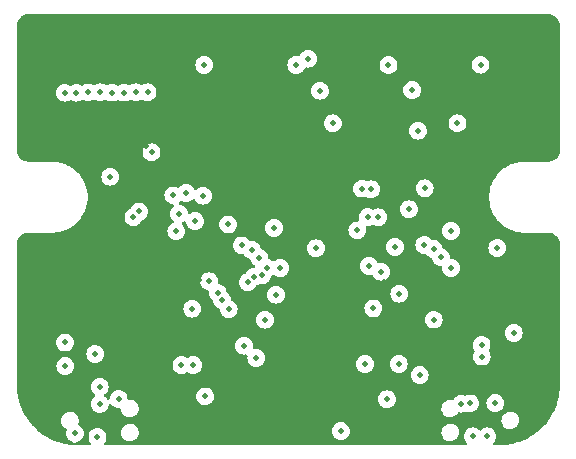
<source format=gbr>
%TF.GenerationSoftware,KiCad,Pcbnew,7.0.7*%
%TF.CreationDate,2023-12-03T17:34:17+00:00*%
%TF.ProjectId,tundraIOExpansion,74756e64-7261-4494-9f45-7870616e7369,rev?*%
%TF.SameCoordinates,Original*%
%TF.FileFunction,Copper,L3,Inr*%
%TF.FilePolarity,Positive*%
%FSLAX46Y46*%
G04 Gerber Fmt 4.6, Leading zero omitted, Abs format (unit mm)*
G04 Created by KiCad (PCBNEW 7.0.7) date 2023-12-03 17:34:17*
%MOMM*%
%LPD*%
G01*
G04 APERTURE LIST*
%TA.AperFunction,ViaPad*%
%ADD10C,0.500000*%
%TD*%
G04 APERTURE END LIST*
D10*
%TO.N,Net-(J2-SWCLK)*%
X154390000Y-92350000D03*
X153430000Y-89580000D03*
%TO.N,GND*%
X151580000Y-91030000D03*
%TO.N,Net-(USB2-Pin_4)*%
X131547312Y-71972688D03*
X131740000Y-88970000D03*
%TO.N,Net-(USB1-Pin_4)*%
X150320000Y-71350000D03*
X149902746Y-87162746D03*
%TO.N,+3V3*%
X147260000Y-60910000D03*
X136790000Y-82470000D03*
X130130000Y-71737500D03*
X142550000Y-65850000D03*
X151080000Y-82460000D03*
X119890000Y-86400000D03*
X130640862Y-81531776D03*
X139460000Y-60910000D03*
X157860000Y-83600000D03*
X127196222Y-68294995D03*
X129290000Y-74980000D03*
X137572700Y-74697300D03*
X138088344Y-78093512D03*
X131660000Y-60900000D03*
X123700000Y-70370000D03*
X152557004Y-74947004D03*
X126160000Y-73310000D03*
X149000000Y-73123624D03*
X153100000Y-65840000D03*
X155050000Y-60880000D03*
X156300000Y-89530000D03*
X141120000Y-76420000D03*
X144620000Y-74910000D03*
X133680000Y-74410000D03*
X145970000Y-81520000D03*
X143230000Y-91910000D03*
X120710000Y-92100000D03*
X156480000Y-76390000D03*
X152560000Y-78080000D03*
%TO.N,GND*%
X131250000Y-79070000D03*
X135040000Y-83180000D03*
X124870000Y-81990000D03*
X119880000Y-83400000D03*
X125683500Y-67910000D03*
X133733572Y-77996416D03*
X150260000Y-60910000D03*
X152870000Y-80650000D03*
X127638858Y-81663223D03*
X126729207Y-67774225D03*
X128710000Y-88930000D03*
X154440000Y-74510000D03*
X134670000Y-60880000D03*
X157850000Y-86610000D03*
X128580000Y-75670000D03*
X139070000Y-74470000D03*
X148240000Y-69660000D03*
X140970000Y-77870000D03*
X149090000Y-77970000D03*
X123670000Y-92490000D03*
X158050000Y-60880000D03*
X144370000Y-83470000D03*
X142450000Y-60900000D03*
X143058858Y-81583223D03*
X143940000Y-75610000D03*
X134680000Y-89760000D03*
X146880000Y-79260000D03*
X129970000Y-65670000D03*
X137680000Y-69670000D03*
X146140000Y-89200000D03*
X140301142Y-81936777D03*
X128677000Y-83660000D03*
X134400000Y-92270000D03*
%TO.N,Net-(U1-VREG_VOUT)*%
X150300000Y-76150000D03*
X148170000Y-80260000D03*
%TO.N,D12-MI_MISO*%
X136072746Y-85702746D03*
X135030000Y-84670000D03*
%TO.N,D11-MI_MOSI*%
X145270000Y-86230000D03*
X146621520Y-78408481D03*
%TO.N,Net-(J3-~{RESET})*%
X124410000Y-89190000D03*
X122620000Y-92400000D03*
%TO.N,Net-(J3-SWCLK)*%
X122810000Y-88140000D03*
X122810000Y-89610000D03*
%TO.N,Net-(J2-SWDIO)*%
X154190000Y-89560000D03*
X155630000Y-92350000D03*
%TO.N,Net-(U1-USB_DM)*%
X151700000Y-77170000D03*
X147130000Y-89210000D03*
%TO.N,Net-(U1-USB_DP)*%
X148120000Y-86220000D03*
X151090000Y-76500000D03*
%TO.N,Net-(U5-USB_DM)*%
X136323976Y-77208064D03*
X129730000Y-86323000D03*
%TO.N,Net-(U5-USB_DP)*%
X135680979Y-76565068D03*
X130725434Y-86319997D03*
%TO.N,Net-(FINGER1-Pin_2)*%
X141450000Y-63080000D03*
X145027827Y-71367120D03*
%TO.N,Net-(FINGER1-Pin_3)*%
X140460000Y-60380000D03*
X145809392Y-71426843D03*
%TO.N,Net-(FINGER3-Pin_2)*%
X145500000Y-73790000D03*
X149260000Y-63030000D03*
%TO.N,Net-(FINGER3-Pin_3)*%
X146400000Y-73800000D03*
X149760000Y-66460000D03*
%TO.N,Net-(FINGER5L1-Pin_2)*%
X125665779Y-73805025D03*
X155160000Y-85590000D03*
X119870000Y-84400000D03*
X129050000Y-71950000D03*
%TO.N,Net-(FINGER5L1-Pin_3)*%
X155140000Y-84610000D03*
X122440000Y-85380000D03*
%TO.N,INTER_RP2040_UART_TX1*%
X147800000Y-76300000D03*
X129520000Y-73500000D03*
%TO.N,INTER_RP2040_UART_RX1*%
X145612254Y-77912254D03*
X130872745Y-74127253D03*
%TO.N,Net-(FingerAux1-Pin_1)*%
X126860000Y-63220000D03*
X133734409Y-81602529D03*
%TO.N,Net-(FingerAux1-Pin_2)*%
X125860000Y-63220000D03*
X133164598Y-80788322D03*
%TO.N,Net-(FingerAux1-Pin_3)*%
X124860000Y-63240000D03*
X132790000Y-80180000D03*
%TO.N,Net-(FingerAux1-Pin_4)*%
X135339786Y-79313989D03*
X123860000Y-63240000D03*
%TO.N,Net-(FingerAux1-Pin_5)*%
X135850000Y-78835465D03*
X122860000Y-63220000D03*
%TO.N,Net-(FingerAux1-Pin_6)*%
X121850000Y-63230000D03*
X137728853Y-80361853D03*
%TO.N,Net-(FingerAux1-Pin_7)*%
X136588221Y-78682524D03*
X120840000Y-63260000D03*
%TO.N,Net-(FingerAux1-Pin_8)*%
X119850000Y-63260000D03*
X136960000Y-78090000D03*
%TO.N,Net-(U5-VREG_VOUT)*%
X134819689Y-76184101D03*
X132064362Y-79225638D03*
%TD*%
%TA.AperFunction,Conductor*%
%TO.N,GND*%
G36*
X160782695Y-56590735D02*
G01*
X160825519Y-56594482D01*
X160951769Y-56606918D01*
X160971689Y-56610542D01*
X161038342Y-56628401D01*
X161131581Y-56656686D01*
X161147961Y-56662953D01*
X161215396Y-56694399D01*
X161218355Y-56695878D01*
X161302334Y-56740765D01*
X161308663Y-56744653D01*
X161374843Y-56790993D01*
X161378594Y-56793839D01*
X161450816Y-56853111D01*
X161455316Y-56857189D01*
X161512810Y-56914683D01*
X161516890Y-56919185D01*
X161576153Y-56991399D01*
X161579015Y-56995170D01*
X161625338Y-57061326D01*
X161629233Y-57067667D01*
X161674108Y-57151622D01*
X161675620Y-57154646D01*
X161707037Y-57222019D01*
X161713314Y-57238426D01*
X161713315Y-57238428D01*
X161713316Y-57238429D01*
X161741611Y-57331706D01*
X161759452Y-57398292D01*
X161763080Y-57418230D01*
X161775525Y-57544575D01*
X161779264Y-57587301D01*
X161779500Y-57592709D01*
X161779500Y-68087289D01*
X161779264Y-68092697D01*
X161775523Y-68135445D01*
X161763082Y-68261759D01*
X161759454Y-68281696D01*
X161741603Y-68348321D01*
X161713316Y-68441571D01*
X161707037Y-68457981D01*
X161675614Y-68525366D01*
X161674102Y-68528391D01*
X161629238Y-68612326D01*
X161625343Y-68618666D01*
X161579021Y-68684822D01*
X161576159Y-68688594D01*
X161516887Y-68760816D01*
X161512799Y-68765327D01*
X161455325Y-68822801D01*
X161450813Y-68826890D01*
X161378599Y-68886153D01*
X161374828Y-68889015D01*
X161308672Y-68935338D01*
X161302331Y-68939233D01*
X161218376Y-68984108D01*
X161215352Y-68985620D01*
X161147979Y-69017037D01*
X161131569Y-69023316D01*
X161038293Y-69051611D01*
X160971705Y-69069452D01*
X160951768Y-69073080D01*
X160825424Y-69085525D01*
X160785181Y-69089046D01*
X160782696Y-69089264D01*
X160777290Y-69089500D01*
X158611489Y-69089500D01*
X158423679Y-69110661D01*
X158420342Y-69110946D01*
X158338923Y-69115687D01*
X158318930Y-69122463D01*
X158276615Y-69127231D01*
X158276602Y-69127233D01*
X158077745Y-69172621D01*
X158074715Y-69173234D01*
X157999646Y-69186470D01*
X157983266Y-69194185D01*
X157948042Y-69202225D01*
X157739920Y-69275049D01*
X157737225Y-69275924D01*
X157670765Y-69295821D01*
X157657969Y-69303726D01*
X157639772Y-69310093D01*
X157629940Y-69313534D01*
X157629937Y-69313535D01*
X157413405Y-69417812D01*
X157356610Y-69442311D01*
X157347269Y-69449662D01*
X157326314Y-69459754D01*
X157104904Y-69598875D01*
X157061359Y-69624015D01*
X157055205Y-69630103D01*
X157040961Y-69639053D01*
X157040956Y-69639056D01*
X156817080Y-69817592D01*
X156788949Y-69838534D01*
X156785604Y-69842692D01*
X156777483Y-69849168D01*
X156777479Y-69849172D01*
X156553647Y-70073005D01*
X156543028Y-70083024D01*
X156541993Y-70084659D01*
X156539172Y-70087480D01*
X156329053Y-70350962D01*
X156149752Y-70636316D01*
X156003532Y-70939945D01*
X155892227Y-71258034D01*
X155892223Y-71258046D01*
X155817233Y-71586602D01*
X155817231Y-71586618D01*
X155779500Y-71921491D01*
X155779500Y-72258508D01*
X155817231Y-72593381D01*
X155817233Y-72593397D01*
X155892223Y-72921953D01*
X155892227Y-72921965D01*
X156003532Y-73240054D01*
X156149752Y-73543683D01*
X156149754Y-73543686D01*
X156329054Y-73829039D01*
X156460134Y-73993409D01*
X156539174Y-74092522D01*
X156541983Y-74095331D01*
X156542724Y-74096688D01*
X156553606Y-74106954D01*
X156671403Y-74224751D01*
X156777477Y-74330825D01*
X156785595Y-74337299D01*
X156788046Y-74340792D01*
X156817054Y-74362387D01*
X157040961Y-74540946D01*
X157043302Y-74542417D01*
X157055202Y-74549895D01*
X157059779Y-74555070D01*
X157104876Y-74581106D01*
X157326311Y-74720244D01*
X157326316Y-74720247D01*
X157347263Y-74730335D01*
X157354304Y-74736692D01*
X157413381Y-74762176D01*
X157516725Y-74811943D01*
X157629949Y-74866469D01*
X157657965Y-74876272D01*
X157667712Y-74883262D01*
X157737206Y-74904068D01*
X157739884Y-74904937D01*
X157852493Y-74944340D01*
X157948034Y-74977772D01*
X157948032Y-74977772D01*
X157948039Y-74977773D01*
X157948046Y-74977776D01*
X157983258Y-74985812D01*
X157995856Y-74992859D01*
X158074686Y-75006759D01*
X158077713Y-75007371D01*
X158276606Y-75052767D01*
X158276610Y-75052767D01*
X158276619Y-75052769D01*
X158318894Y-75057532D01*
X158334400Y-75064047D01*
X158420323Y-75069051D01*
X158423657Y-75069335D01*
X158611492Y-75090499D01*
X158611493Y-75090500D01*
X158611496Y-75090500D01*
X158779901Y-75090500D01*
X160777293Y-75090500D01*
X160782695Y-75090735D01*
X160825519Y-75094482D01*
X160951769Y-75106918D01*
X160971689Y-75110542D01*
X161038342Y-75128401D01*
X161131581Y-75156686D01*
X161147961Y-75162953D01*
X161215396Y-75194399D01*
X161218355Y-75195878D01*
X161302334Y-75240765D01*
X161308663Y-75244653D01*
X161374843Y-75290993D01*
X161378594Y-75293839D01*
X161450816Y-75353111D01*
X161455316Y-75357189D01*
X161512810Y-75414683D01*
X161516890Y-75419185D01*
X161576153Y-75491399D01*
X161579015Y-75495170D01*
X161625338Y-75561326D01*
X161629233Y-75567667D01*
X161674108Y-75651622D01*
X161675620Y-75654646D01*
X161707037Y-75722019D01*
X161713314Y-75738426D01*
X161713655Y-75739547D01*
X161741611Y-75831706D01*
X161759452Y-75898292D01*
X161763080Y-75918230D01*
X161775525Y-76044575D01*
X161779264Y-76087301D01*
X161779500Y-76092709D01*
X161779500Y-87968999D01*
X161770512Y-88186288D01*
X161761390Y-88395194D01*
X161760973Y-88400160D01*
X161733662Y-88619271D01*
X161706346Y-88826752D01*
X161705557Y-88831384D01*
X161660215Y-89047634D01*
X161614897Y-89252046D01*
X161613789Y-89256318D01*
X161550700Y-89468233D01*
X161487706Y-89668020D01*
X161486334Y-89671914D01*
X161405911Y-89878022D01*
X161325704Y-90071656D01*
X161324124Y-90075160D01*
X161226895Y-90274048D01*
X161130048Y-90460087D01*
X161128315Y-90463195D01*
X161014933Y-90653478D01*
X160902169Y-90830482D01*
X160900337Y-90833197D01*
X160771547Y-91013578D01*
X160643683Y-91180214D01*
X160641806Y-91182541D01*
X160498484Y-91351761D01*
X160355584Y-91507709D01*
X160197710Y-91665583D01*
X160041760Y-91808484D01*
X159872551Y-91951797D01*
X159870224Y-91953673D01*
X159703575Y-92081550D01*
X159523213Y-92210326D01*
X159520498Y-92212158D01*
X159343459Y-92324944D01*
X159153208Y-92438307D01*
X159150099Y-92440041D01*
X158964016Y-92536910D01*
X158765181Y-92634115D01*
X158761676Y-92635695D01*
X158567981Y-92715927D01*
X158361927Y-92796329D01*
X158358033Y-92797701D01*
X158158176Y-92860717D01*
X157946331Y-92923785D01*
X157942058Y-92924893D01*
X157737551Y-92970232D01*
X157521397Y-93015554D01*
X157516765Y-93016343D01*
X157309062Y-93043688D01*
X157090182Y-93070971D01*
X157085216Y-93071388D01*
X156875875Y-93080530D01*
X156659000Y-93089500D01*
X156251229Y-93089500D01*
X156184190Y-93069815D01*
X156138435Y-93017011D01*
X156128491Y-92947853D01*
X156157516Y-92884297D01*
X156163548Y-92877819D01*
X156186118Y-92855249D01*
X156220477Y-92820890D01*
X156245886Y-92780452D01*
X156310452Y-92677697D01*
X156310454Y-92677694D01*
X156310454Y-92677692D01*
X156310456Y-92677690D01*
X156366313Y-92518059D01*
X156366313Y-92518058D01*
X156366314Y-92518056D01*
X156385249Y-92350002D01*
X156385249Y-92349997D01*
X156366314Y-92181943D01*
X156310454Y-92022305D01*
X156310452Y-92022302D01*
X156220481Y-91879115D01*
X156220476Y-91879109D01*
X156100890Y-91759523D01*
X156100884Y-91759518D01*
X155957697Y-91669547D01*
X155957694Y-91669545D01*
X155798056Y-91613685D01*
X155630003Y-91594751D01*
X155629997Y-91594751D01*
X155461943Y-91613685D01*
X155302305Y-91669545D01*
X155302302Y-91669547D01*
X155159115Y-91759518D01*
X155097681Y-91820952D01*
X155036357Y-91854436D01*
X154966666Y-91849451D01*
X154922319Y-91820952D01*
X154909851Y-91808484D01*
X154860890Y-91759523D01*
X154860887Y-91759521D01*
X154860886Y-91759520D01*
X154860884Y-91759518D01*
X154717697Y-91669547D01*
X154717694Y-91669545D01*
X154558056Y-91613685D01*
X154390003Y-91594751D01*
X154389997Y-91594751D01*
X154221943Y-91613685D01*
X154062305Y-91669545D01*
X154062302Y-91669547D01*
X153919115Y-91759518D01*
X153919109Y-91759523D01*
X153799523Y-91879109D01*
X153799518Y-91879115D01*
X153709547Y-92022302D01*
X153709545Y-92022305D01*
X153653685Y-92181943D01*
X153634751Y-92349997D01*
X153634751Y-92350002D01*
X153653685Y-92518056D01*
X153709545Y-92677694D01*
X153709547Y-92677697D01*
X153799518Y-92820884D01*
X153799523Y-92820890D01*
X153856452Y-92877819D01*
X153889937Y-92939142D01*
X153884953Y-93008834D01*
X153843081Y-93064767D01*
X153777617Y-93089184D01*
X153768771Y-93089500D01*
X123291229Y-93089500D01*
X123224190Y-93069815D01*
X123178435Y-93017011D01*
X123168491Y-92947853D01*
X123197516Y-92884297D01*
X123203548Y-92877819D01*
X123210477Y-92870890D01*
X123232203Y-92836314D01*
X123300452Y-92727697D01*
X123300454Y-92727694D01*
X123300454Y-92727692D01*
X123300456Y-92727690D01*
X123356313Y-92568059D01*
X123356313Y-92568058D01*
X123356314Y-92568056D01*
X123375249Y-92400002D01*
X123375249Y-92399997D01*
X123356314Y-92231943D01*
X123303688Y-92081547D01*
X123300456Y-92072310D01*
X123300455Y-92072309D01*
X123300454Y-92072305D01*
X123300452Y-92072302D01*
X123298792Y-92069660D01*
X124620393Y-92069660D01*
X124621874Y-92078059D01*
X124649008Y-92231943D01*
X124650668Y-92241354D01*
X124719721Y-92401438D01*
X124719722Y-92401440D01*
X124719724Y-92401443D01*
X124772509Y-92472345D01*
X124823832Y-92541283D01*
X124957386Y-92653349D01*
X125113185Y-92731594D01*
X125282829Y-92771800D01*
X125282831Y-92771800D01*
X125413429Y-92771800D01*
X125413436Y-92771800D01*
X125543164Y-92756637D01*
X125706993Y-92697008D01*
X125852654Y-92601205D01*
X125972296Y-92474393D01*
X126059467Y-92323407D01*
X126109469Y-92156388D01*
X126119607Y-91982340D01*
X126106852Y-91910002D01*
X142474751Y-91910002D01*
X142493685Y-92078056D01*
X142549545Y-92237694D01*
X142549547Y-92237697D01*
X142639518Y-92380884D01*
X142639523Y-92380890D01*
X142759109Y-92500476D01*
X142759115Y-92500481D01*
X142902302Y-92590452D01*
X142902305Y-92590454D01*
X142902309Y-92590455D01*
X142902310Y-92590456D01*
X142933029Y-92601205D01*
X143061943Y-92646314D01*
X143229997Y-92665249D01*
X143230000Y-92665249D01*
X143230003Y-92665249D01*
X143398056Y-92646314D01*
X143428378Y-92635704D01*
X143557690Y-92590456D01*
X143557692Y-92590454D01*
X143557694Y-92590454D01*
X143557697Y-92590452D01*
X143700884Y-92500481D01*
X143700885Y-92500480D01*
X143700890Y-92500477D01*
X143820477Y-92380890D01*
X143825807Y-92372407D01*
X143910452Y-92237697D01*
X143910454Y-92237694D01*
X143910454Y-92237692D01*
X143910456Y-92237690D01*
X143966313Y-92078059D01*
X143966313Y-92078058D01*
X143966314Y-92078056D01*
X143967260Y-92069660D01*
X151740393Y-92069660D01*
X151741874Y-92078059D01*
X151769008Y-92231943D01*
X151770668Y-92241354D01*
X151839721Y-92401438D01*
X151839722Y-92401440D01*
X151839724Y-92401443D01*
X151892509Y-92472345D01*
X151943832Y-92541283D01*
X152077386Y-92653349D01*
X152233185Y-92731594D01*
X152402829Y-92771800D01*
X152402831Y-92771800D01*
X152533429Y-92771800D01*
X152533436Y-92771800D01*
X152663164Y-92756637D01*
X152826993Y-92697008D01*
X152972654Y-92601205D01*
X153092296Y-92474393D01*
X153179467Y-92323407D01*
X153229469Y-92156388D01*
X153239607Y-91982340D01*
X153209332Y-91810646D01*
X153140279Y-91650562D01*
X153130442Y-91637349D01*
X153036167Y-91510716D01*
X152902614Y-91398651D01*
X152902612Y-91398650D01*
X152746818Y-91320407D01*
X152746816Y-91320406D01*
X152746815Y-91320406D01*
X152577171Y-91280200D01*
X152446564Y-91280200D01*
X152333051Y-91293467D01*
X152316835Y-91295363D01*
X152316832Y-91295364D01*
X152153008Y-91354991D01*
X152153004Y-91354993D01*
X152007348Y-91450792D01*
X152007347Y-91450793D01*
X151887706Y-91577603D01*
X151887703Y-91577609D01*
X151800534Y-91728590D01*
X151800533Y-91728592D01*
X151800533Y-91728593D01*
X151796928Y-91740635D01*
X151750531Y-91895610D01*
X151750530Y-91895616D01*
X151743151Y-92022305D01*
X151740393Y-92069660D01*
X143967260Y-92069660D01*
X143985249Y-91910002D01*
X143985249Y-91909997D01*
X143966314Y-91741943D01*
X143929715Y-91637349D01*
X143910456Y-91582310D01*
X143910455Y-91582309D01*
X143910454Y-91582305D01*
X143910452Y-91582302D01*
X143820481Y-91439115D01*
X143820476Y-91439109D01*
X143700890Y-91319523D01*
X143700884Y-91319518D01*
X143557697Y-91229547D01*
X143557694Y-91229545D01*
X143398056Y-91173685D01*
X143230003Y-91154751D01*
X143229997Y-91154751D01*
X143061943Y-91173685D01*
X142902305Y-91229545D01*
X142902302Y-91229547D01*
X142759115Y-91319518D01*
X142759109Y-91319523D01*
X142639523Y-91439109D01*
X142639518Y-91439115D01*
X142549547Y-91582302D01*
X142549545Y-91582305D01*
X142493685Y-91741943D01*
X142474751Y-91909997D01*
X142474751Y-91910002D01*
X126106852Y-91910002D01*
X126089332Y-91810646D01*
X126020279Y-91650562D01*
X126010442Y-91637349D01*
X125916167Y-91510716D01*
X125782614Y-91398651D01*
X125782612Y-91398650D01*
X125626818Y-91320407D01*
X125626816Y-91320406D01*
X125626815Y-91320406D01*
X125457171Y-91280200D01*
X125326564Y-91280200D01*
X125213051Y-91293467D01*
X125196835Y-91295363D01*
X125196832Y-91295364D01*
X125033008Y-91354991D01*
X125033004Y-91354993D01*
X124887348Y-91450792D01*
X124887347Y-91450793D01*
X124767706Y-91577603D01*
X124767703Y-91577609D01*
X124680534Y-91728590D01*
X124680533Y-91728592D01*
X124680533Y-91728593D01*
X124676928Y-91740635D01*
X124630531Y-91895610D01*
X124630530Y-91895616D01*
X124623151Y-92022305D01*
X124620393Y-92069660D01*
X123298792Y-92069660D01*
X123210481Y-91929115D01*
X123210476Y-91929109D01*
X123090890Y-91809523D01*
X123090884Y-91809518D01*
X122947697Y-91719547D01*
X122947694Y-91719545D01*
X122788056Y-91663685D01*
X122620003Y-91644751D01*
X122619997Y-91644751D01*
X122451943Y-91663685D01*
X122292305Y-91719545D01*
X122292302Y-91719547D01*
X122149115Y-91809518D01*
X122149109Y-91809523D01*
X122029523Y-91929109D01*
X122029518Y-91929115D01*
X121939547Y-92072302D01*
X121939545Y-92072305D01*
X121883685Y-92231943D01*
X121864751Y-92399997D01*
X121864751Y-92400002D01*
X121883685Y-92568056D01*
X121939545Y-92727694D01*
X121939547Y-92727697D01*
X122029518Y-92870884D01*
X122029523Y-92870890D01*
X122036452Y-92877819D01*
X122069937Y-92939142D01*
X122064953Y-93008834D01*
X122023081Y-93064767D01*
X121957617Y-93089184D01*
X121948771Y-93089500D01*
X120901000Y-93089500D01*
X120897033Y-93089335D01*
X120851205Y-93087440D01*
X120785036Y-93065001D01*
X120741503Y-93010351D01*
X120734426Y-92940841D01*
X120766054Y-92878539D01*
X120826343Y-92843227D01*
X120842447Y-92840326D01*
X120878055Y-92836314D01*
X120878057Y-92836313D01*
X120878059Y-92836313D01*
X121037690Y-92780456D01*
X121037692Y-92780454D01*
X121037694Y-92780454D01*
X121037697Y-92780452D01*
X121180884Y-92690481D01*
X121180885Y-92690480D01*
X121180890Y-92690477D01*
X121300477Y-92570890D01*
X121302258Y-92568056D01*
X121390452Y-92427697D01*
X121390454Y-92427694D01*
X121390454Y-92427692D01*
X121390456Y-92427690D01*
X121446313Y-92268059D01*
X121446313Y-92268058D01*
X121446314Y-92268056D01*
X121465249Y-92100002D01*
X121465249Y-92099997D01*
X121446314Y-91931943D01*
X121403477Y-91809523D01*
X121390456Y-91772310D01*
X121390455Y-91772309D01*
X121390454Y-91772305D01*
X121390452Y-91772302D01*
X121300481Y-91629115D01*
X121300476Y-91629109D01*
X121180890Y-91509523D01*
X121180884Y-91509518D01*
X121040302Y-91421184D01*
X120994011Y-91368850D01*
X120983363Y-91299796D01*
X120987479Y-91280643D01*
X121029469Y-91140388D01*
X121034521Y-91053660D01*
X156820393Y-91053660D01*
X156850668Y-91225354D01*
X156919721Y-91385438D01*
X156919722Y-91385440D01*
X156919724Y-91385443D01*
X156974032Y-91458390D01*
X157023832Y-91525283D01*
X157157386Y-91637349D01*
X157313185Y-91715594D01*
X157482829Y-91755800D01*
X157482831Y-91755800D01*
X157613429Y-91755800D01*
X157613436Y-91755800D01*
X157743164Y-91740637D01*
X157906993Y-91681008D01*
X158052654Y-91585205D01*
X158172296Y-91458393D01*
X158259467Y-91307407D01*
X158309469Y-91140388D01*
X158319607Y-90966340D01*
X158289332Y-90794646D01*
X158220279Y-90634562D01*
X158210442Y-90621349D01*
X158116167Y-90494716D01*
X157982614Y-90382651D01*
X157982612Y-90382650D01*
X157826818Y-90304407D01*
X157826816Y-90304406D01*
X157826815Y-90304406D01*
X157657171Y-90264200D01*
X157526564Y-90264200D01*
X157413051Y-90277467D01*
X157396835Y-90279363D01*
X157396832Y-90279364D01*
X157233008Y-90338991D01*
X157233004Y-90338993D01*
X157087348Y-90434792D01*
X157087347Y-90434793D01*
X156967706Y-90561603D01*
X156967703Y-90561609D01*
X156880534Y-90712590D01*
X156830531Y-90879610D01*
X156830530Y-90879616D01*
X156820393Y-91053659D01*
X156820393Y-91053660D01*
X121034521Y-91053660D01*
X121039607Y-90966340D01*
X121009332Y-90794646D01*
X120940279Y-90634562D01*
X120930442Y-90621349D01*
X120836167Y-90494716D01*
X120702614Y-90382651D01*
X120702612Y-90382650D01*
X120546818Y-90304407D01*
X120546816Y-90304406D01*
X120546815Y-90304406D01*
X120377171Y-90264200D01*
X120246564Y-90264200D01*
X120133051Y-90277467D01*
X120116835Y-90279363D01*
X120116832Y-90279364D01*
X119953008Y-90338991D01*
X119953004Y-90338993D01*
X119807348Y-90434792D01*
X119807347Y-90434793D01*
X119687706Y-90561603D01*
X119687703Y-90561609D01*
X119600534Y-90712590D01*
X119550531Y-90879610D01*
X119550530Y-90879616D01*
X119540393Y-91053659D01*
X119540393Y-91053660D01*
X119570668Y-91225354D01*
X119639721Y-91385438D01*
X119639722Y-91385440D01*
X119639724Y-91385443D01*
X119694032Y-91458390D01*
X119743832Y-91525283D01*
X119877386Y-91637349D01*
X119917961Y-91657726D01*
X119949585Y-91673609D01*
X120000659Y-91721287D01*
X120017849Y-91789009D01*
X120010976Y-91825373D01*
X119973686Y-91931942D01*
X119954751Y-92099997D01*
X119954751Y-92100002D01*
X119973685Y-92268056D01*
X120029545Y-92427694D01*
X120029547Y-92427697D01*
X120119518Y-92570884D01*
X120119523Y-92570890D01*
X120239109Y-92690476D01*
X120239115Y-92690481D01*
X120382302Y-92780452D01*
X120382308Y-92780455D01*
X120382310Y-92780456D01*
X120525812Y-92830669D01*
X120582588Y-92871391D01*
X120608336Y-92936343D01*
X120594880Y-93004905D01*
X120546493Y-93055308D01*
X120479454Y-93071593D01*
X120474809Y-93071391D01*
X120469840Y-93070973D01*
X120250728Y-93043662D01*
X120043246Y-93016346D01*
X120038614Y-93015557D01*
X119822365Y-92970215D01*
X119617952Y-92924897D01*
X119613680Y-92923789D01*
X119401766Y-92860700D01*
X119201978Y-92797706D01*
X119198084Y-92796334D01*
X118991977Y-92715911D01*
X118798342Y-92635704D01*
X118794838Y-92634124D01*
X118595951Y-92536895D01*
X118409911Y-92440049D01*
X118406803Y-92438315D01*
X118216530Y-92324938D01*
X118039488Y-92212150D01*
X118036815Y-92210346D01*
X117939255Y-92140690D01*
X117856421Y-92081547D01*
X117689785Y-91953683D01*
X117687473Y-91951819D01*
X117518237Y-91808483D01*
X117464806Y-91759523D01*
X117362289Y-91665583D01*
X117204416Y-91507710D01*
X117141555Y-91439109D01*
X117061512Y-91351757D01*
X116958003Y-91229545D01*
X116918193Y-91182541D01*
X116916325Y-91180224D01*
X116819207Y-91053659D01*
X116788452Y-91013578D01*
X116659645Y-90833173D01*
X116657866Y-90830536D01*
X116545061Y-90653469D01*
X116431691Y-90463208D01*
X116429957Y-90460099D01*
X116420741Y-90442396D01*
X116382762Y-90369437D01*
X116333089Y-90274016D01*
X116272063Y-90149186D01*
X116235880Y-90075174D01*
X116234303Y-90071676D01*
X116217406Y-90030884D01*
X116154078Y-89877998D01*
X116073662Y-89671909D01*
X116072297Y-89668033D01*
X116054000Y-89610002D01*
X122054751Y-89610002D01*
X122073685Y-89778056D01*
X122129545Y-89937694D01*
X122129547Y-89937697D01*
X122219518Y-90080884D01*
X122219523Y-90080890D01*
X122339109Y-90200476D01*
X122339115Y-90200481D01*
X122482302Y-90290452D01*
X122482305Y-90290454D01*
X122482309Y-90290455D01*
X122482310Y-90290456D01*
X122522177Y-90304406D01*
X122641943Y-90346314D01*
X122809997Y-90365249D01*
X122810000Y-90365249D01*
X122810003Y-90365249D01*
X122978056Y-90346314D01*
X123030906Y-90327821D01*
X123137690Y-90290456D01*
X123137692Y-90290454D01*
X123137694Y-90290454D01*
X123137697Y-90290452D01*
X123280884Y-90200481D01*
X123280885Y-90200480D01*
X123280890Y-90200477D01*
X123400477Y-90080890D01*
X123404064Y-90075181D01*
X123490452Y-89937697D01*
X123490454Y-89937694D01*
X123490454Y-89937692D01*
X123490456Y-89937690D01*
X123546313Y-89778059D01*
X123546313Y-89778057D01*
X123546314Y-89778055D01*
X123559373Y-89662153D01*
X123586439Y-89597739D01*
X123644034Y-89558183D01*
X123713871Y-89556046D01*
X123773777Y-89592004D01*
X123787585Y-89610062D01*
X123801134Y-89631624D01*
X123819523Y-89660890D01*
X123939109Y-89780476D01*
X123939115Y-89780481D01*
X124082302Y-89870452D01*
X124082305Y-89870454D01*
X124082309Y-89870455D01*
X124082310Y-89870456D01*
X124103804Y-89877977D01*
X124241943Y-89926314D01*
X124409997Y-89945249D01*
X124410000Y-89945249D01*
X124410001Y-89945249D01*
X124422663Y-89943822D01*
X124484547Y-89936849D01*
X124553368Y-89948903D01*
X124604748Y-89996251D01*
X124620547Y-90038536D01*
X124634996Y-90120476D01*
X124650668Y-90209354D01*
X124719721Y-90369438D01*
X124719722Y-90369440D01*
X124719724Y-90369443D01*
X124789530Y-90463208D01*
X124823832Y-90509283D01*
X124957386Y-90621349D01*
X125113185Y-90699594D01*
X125282829Y-90739800D01*
X125282831Y-90739800D01*
X125413429Y-90739800D01*
X125413436Y-90739800D01*
X125543164Y-90724637D01*
X125706993Y-90665008D01*
X125852654Y-90569205D01*
X125972296Y-90442393D01*
X126059467Y-90291407D01*
X126109469Y-90124388D01*
X126114521Y-90037660D01*
X151740393Y-90037660D01*
X151747009Y-90075181D01*
X151769102Y-90200476D01*
X151770668Y-90209354D01*
X151839721Y-90369438D01*
X151839722Y-90369440D01*
X151839724Y-90369443D01*
X151909530Y-90463208D01*
X151943832Y-90509283D01*
X152077386Y-90621349D01*
X152233185Y-90699594D01*
X152402829Y-90739800D01*
X152402831Y-90739800D01*
X152533429Y-90739800D01*
X152533436Y-90739800D01*
X152663164Y-90724637D01*
X152826993Y-90665008D01*
X152972654Y-90569205D01*
X153092296Y-90442393D01*
X153130607Y-90376034D01*
X153181172Y-90327821D01*
X153249779Y-90314597D01*
X153256910Y-90315746D01*
X153261940Y-90316312D01*
X153261941Y-90316313D01*
X153305916Y-90321267D01*
X153429997Y-90335249D01*
X153430000Y-90335249D01*
X153430003Y-90335249D01*
X153530835Y-90323887D01*
X153598059Y-90316313D01*
X153757690Y-90260456D01*
X153764992Y-90255867D01*
X153832226Y-90236866D01*
X153871920Y-90243819D01*
X154021939Y-90296313D01*
X154189997Y-90315249D01*
X154190000Y-90315249D01*
X154190003Y-90315249D01*
X154358056Y-90296314D01*
X154372074Y-90291409D01*
X154517690Y-90240456D01*
X154517692Y-90240454D01*
X154517694Y-90240454D01*
X154517697Y-90240452D01*
X154660884Y-90150481D01*
X154660885Y-90150480D01*
X154660890Y-90150477D01*
X154780477Y-90030890D01*
X154780481Y-90030884D01*
X154870452Y-89887697D01*
X154870454Y-89887694D01*
X154870454Y-89887692D01*
X154870456Y-89887690D01*
X154926313Y-89728059D01*
X154926313Y-89728058D01*
X154926314Y-89728056D01*
X154945249Y-89560002D01*
X154945249Y-89559997D01*
X154941869Y-89530002D01*
X155544751Y-89530002D01*
X155563685Y-89698056D01*
X155619545Y-89857694D01*
X155619547Y-89857697D01*
X155709518Y-90000884D01*
X155709523Y-90000890D01*
X155829109Y-90120476D01*
X155829115Y-90120481D01*
X155972302Y-90210452D01*
X155972305Y-90210454D01*
X155972309Y-90210455D01*
X155972310Y-90210456D01*
X156044913Y-90235860D01*
X156131943Y-90266314D01*
X156299997Y-90285249D01*
X156300000Y-90285249D01*
X156300003Y-90285249D01*
X156468056Y-90266314D01*
X156468059Y-90266313D01*
X156627690Y-90210456D01*
X156627692Y-90210454D01*
X156627694Y-90210454D01*
X156627697Y-90210452D01*
X156770884Y-90120481D01*
X156770885Y-90120480D01*
X156770890Y-90120477D01*
X156890477Y-90000890D01*
X156930186Y-89937694D01*
X156980452Y-89857697D01*
X156980454Y-89857694D01*
X156980454Y-89857692D01*
X156980456Y-89857690D01*
X157036313Y-89698059D01*
X157036313Y-89698058D01*
X157036314Y-89698056D01*
X157055249Y-89530002D01*
X157055249Y-89529997D01*
X157036314Y-89361943D01*
X157002768Y-89266074D01*
X156980456Y-89202310D01*
X156980455Y-89202309D01*
X156980454Y-89202305D01*
X156980452Y-89202302D01*
X156890481Y-89059115D01*
X156890476Y-89059109D01*
X156770890Y-88939523D01*
X156770884Y-88939518D01*
X156627697Y-88849547D01*
X156627694Y-88849545D01*
X156468056Y-88793685D01*
X156300003Y-88774751D01*
X156299997Y-88774751D01*
X156131943Y-88793685D01*
X155972305Y-88849545D01*
X155972302Y-88849547D01*
X155829115Y-88939518D01*
X155829109Y-88939523D01*
X155709523Y-89059109D01*
X155709518Y-89059115D01*
X155619547Y-89202302D01*
X155619545Y-89202305D01*
X155563685Y-89361943D01*
X155544751Y-89529997D01*
X155544751Y-89530002D01*
X154941869Y-89530002D01*
X154926314Y-89391943D01*
X154878857Y-89256318D01*
X154870456Y-89232310D01*
X154870455Y-89232309D01*
X154870454Y-89232305D01*
X154870452Y-89232302D01*
X154780481Y-89089115D01*
X154780476Y-89089109D01*
X154660890Y-88969523D01*
X154660884Y-88969518D01*
X154517697Y-88879547D01*
X154517694Y-88879545D01*
X154358056Y-88823685D01*
X154190003Y-88804751D01*
X154189997Y-88804751D01*
X154021943Y-88823685D01*
X153862306Y-88879545D01*
X153855002Y-88884135D01*
X153787764Y-88903132D01*
X153748080Y-88896181D01*
X153598057Y-88843686D01*
X153430003Y-88824751D01*
X153429997Y-88824751D01*
X153261943Y-88843685D01*
X153102305Y-88899545D01*
X153102302Y-88899547D01*
X152959115Y-88989518D01*
X152959109Y-88989523D01*
X152839523Y-89109109D01*
X152818656Y-89142319D01*
X152780965Y-89202305D01*
X152776673Y-89209135D01*
X152724338Y-89255426D01*
X152655284Y-89266074D01*
X152643084Y-89263821D01*
X152577171Y-89248200D01*
X152446564Y-89248200D01*
X152333051Y-89261467D01*
X152316835Y-89263363D01*
X152316832Y-89263364D01*
X152153008Y-89322991D01*
X152153004Y-89322993D01*
X152007348Y-89418792D01*
X152007347Y-89418793D01*
X151887706Y-89545603D01*
X151887704Y-89545607D01*
X151879119Y-89560477D01*
X151800534Y-89696590D01*
X151750531Y-89863610D01*
X151750530Y-89863616D01*
X151742805Y-89996251D01*
X151740393Y-90037660D01*
X126114521Y-90037660D01*
X126119607Y-89950340D01*
X126089332Y-89778646D01*
X126020279Y-89618562D01*
X126013952Y-89610064D01*
X125916167Y-89478716D01*
X125782614Y-89366651D01*
X125782612Y-89366650D01*
X125626818Y-89288407D01*
X125626816Y-89288406D01*
X125626815Y-89288406D01*
X125457171Y-89248200D01*
X125326564Y-89248200D01*
X125326563Y-89248200D01*
X125297489Y-89251598D01*
X125228618Y-89239828D01*
X125177044Y-89192691D01*
X125159877Y-89142319D01*
X125146314Y-89021944D01*
X125145466Y-89019521D01*
X125128139Y-88970002D01*
X130984751Y-88970002D01*
X131003685Y-89138056D01*
X131059545Y-89297694D01*
X131059547Y-89297697D01*
X131149518Y-89440884D01*
X131149523Y-89440890D01*
X131269109Y-89560476D01*
X131269115Y-89560481D01*
X131412302Y-89650452D01*
X131412305Y-89650454D01*
X131412309Y-89650455D01*
X131412310Y-89650456D01*
X131473634Y-89671914D01*
X131571943Y-89706314D01*
X131739997Y-89725249D01*
X131740000Y-89725249D01*
X131740003Y-89725249D01*
X131908056Y-89706314D01*
X131908059Y-89706313D01*
X132067690Y-89650456D01*
X132067692Y-89650454D01*
X132067694Y-89650454D01*
X132067697Y-89650452D01*
X132210884Y-89560481D01*
X132210885Y-89560480D01*
X132210890Y-89560477D01*
X132330477Y-89440890D01*
X132336315Y-89431599D01*
X132420452Y-89297697D01*
X132420454Y-89297694D01*
X132420454Y-89297692D01*
X132420456Y-89297690D01*
X132451139Y-89210002D01*
X146374751Y-89210002D01*
X146393685Y-89378056D01*
X146449545Y-89537694D01*
X146449547Y-89537697D01*
X146539518Y-89680884D01*
X146539523Y-89680890D01*
X146659109Y-89800476D01*
X146659115Y-89800481D01*
X146802302Y-89890452D01*
X146802305Y-89890454D01*
X146802309Y-89890455D01*
X146802310Y-89890456D01*
X146854946Y-89908874D01*
X146961943Y-89946314D01*
X147129997Y-89965249D01*
X147130000Y-89965249D01*
X147130003Y-89965249D01*
X147298056Y-89946314D01*
X147322682Y-89937697D01*
X147457690Y-89890456D01*
X147457692Y-89890454D01*
X147457694Y-89890454D01*
X147457697Y-89890452D01*
X147600884Y-89800481D01*
X147600885Y-89800480D01*
X147600890Y-89800477D01*
X147720477Y-89680890D01*
X147728564Y-89668020D01*
X147810452Y-89537697D01*
X147810454Y-89537694D01*
X147810454Y-89537692D01*
X147810456Y-89537690D01*
X147866313Y-89378059D01*
X147866313Y-89378058D01*
X147866314Y-89378056D01*
X147885249Y-89210002D01*
X147885249Y-89209997D01*
X147866314Y-89041943D01*
X147816486Y-88899544D01*
X147810456Y-88882310D01*
X147810455Y-88882309D01*
X147810454Y-88882305D01*
X147810452Y-88882302D01*
X147720481Y-88739115D01*
X147720476Y-88739109D01*
X147600890Y-88619523D01*
X147600884Y-88619518D01*
X147457697Y-88529547D01*
X147457694Y-88529545D01*
X147298056Y-88473685D01*
X147130003Y-88454751D01*
X147129997Y-88454751D01*
X146961943Y-88473685D01*
X146802305Y-88529545D01*
X146802302Y-88529547D01*
X146659115Y-88619518D01*
X146659109Y-88619523D01*
X146539523Y-88739109D01*
X146539518Y-88739115D01*
X146449547Y-88882302D01*
X146449545Y-88882305D01*
X146393685Y-89041943D01*
X146374751Y-89209997D01*
X146374751Y-89210002D01*
X132451139Y-89210002D01*
X132476313Y-89138059D01*
X132476313Y-89138058D01*
X132476314Y-89138056D01*
X132495249Y-88970002D01*
X132495249Y-88969997D01*
X132476314Y-88801943D01*
X132420454Y-88642305D01*
X132420452Y-88642302D01*
X132330481Y-88499115D01*
X132330476Y-88499109D01*
X132210890Y-88379523D01*
X132210884Y-88379518D01*
X132067697Y-88289547D01*
X132067694Y-88289545D01*
X131908056Y-88233685D01*
X131740003Y-88214751D01*
X131739997Y-88214751D01*
X131571943Y-88233685D01*
X131412305Y-88289545D01*
X131412302Y-88289547D01*
X131269115Y-88379518D01*
X131269109Y-88379523D01*
X131149523Y-88499109D01*
X131149518Y-88499115D01*
X131059547Y-88642302D01*
X131059545Y-88642305D01*
X131003685Y-88801943D01*
X130984751Y-88969997D01*
X130984751Y-88970002D01*
X125128139Y-88970002D01*
X125090456Y-88862310D01*
X125090455Y-88862309D01*
X125090454Y-88862305D01*
X125090452Y-88862302D01*
X125000481Y-88719115D01*
X125000476Y-88719109D01*
X124880890Y-88599523D01*
X124880884Y-88599518D01*
X124737697Y-88509547D01*
X124737694Y-88509545D01*
X124578056Y-88453685D01*
X124410003Y-88434751D01*
X124409997Y-88434751D01*
X124241943Y-88453685D01*
X124082305Y-88509545D01*
X124082302Y-88509547D01*
X123939115Y-88599518D01*
X123939109Y-88599523D01*
X123819523Y-88719109D01*
X123819518Y-88719115D01*
X123729547Y-88862302D01*
X123729545Y-88862305D01*
X123673685Y-89021944D01*
X123660626Y-89137847D01*
X123633559Y-89202261D01*
X123575964Y-89241816D01*
X123506127Y-89243953D01*
X123446221Y-89207994D01*
X123432415Y-89189939D01*
X123400477Y-89139110D01*
X123280890Y-89019523D01*
X123217979Y-88979993D01*
X123171689Y-88927659D01*
X123161041Y-88858605D01*
X123189416Y-88794757D01*
X123217980Y-88770006D01*
X123280890Y-88730477D01*
X123400477Y-88610890D01*
X123405414Y-88603033D01*
X123490452Y-88467697D01*
X123490454Y-88467694D01*
X123490454Y-88467692D01*
X123490456Y-88467690D01*
X123546313Y-88308059D01*
X123546313Y-88308058D01*
X123546314Y-88308056D01*
X123565249Y-88140002D01*
X123565249Y-88139997D01*
X123546314Y-87971943D01*
X123515860Y-87884913D01*
X123490456Y-87812310D01*
X123490455Y-87812309D01*
X123490454Y-87812305D01*
X123490452Y-87812302D01*
X123400481Y-87669115D01*
X123400476Y-87669109D01*
X123280890Y-87549523D01*
X123280884Y-87549518D01*
X123137697Y-87459547D01*
X123137694Y-87459545D01*
X122978056Y-87403685D01*
X122810003Y-87384751D01*
X122809997Y-87384751D01*
X122641943Y-87403685D01*
X122482305Y-87459545D01*
X122482302Y-87459547D01*
X122339115Y-87549518D01*
X122339109Y-87549523D01*
X122219523Y-87669109D01*
X122219518Y-87669115D01*
X122129547Y-87812302D01*
X122129545Y-87812305D01*
X122073685Y-87971943D01*
X122054751Y-88139997D01*
X122054751Y-88140002D01*
X122073685Y-88308056D01*
X122129545Y-88467694D01*
X122129547Y-88467697D01*
X122219518Y-88610884D01*
X122219523Y-88610890D01*
X122339109Y-88730476D01*
X122339112Y-88730478D01*
X122402020Y-88770007D01*
X122448311Y-88822342D01*
X122458958Y-88891395D01*
X122430583Y-88955244D01*
X122402020Y-88979993D01*
X122339112Y-89019521D01*
X122339109Y-89019523D01*
X122219523Y-89139109D01*
X122219518Y-89139115D01*
X122129547Y-89282302D01*
X122129545Y-89282305D01*
X122073685Y-89441943D01*
X122054751Y-89609997D01*
X122054751Y-89610002D01*
X116054000Y-89610002D01*
X116037661Y-89558183D01*
X116009287Y-89468191D01*
X115946209Y-89256316D01*
X115945105Y-89252058D01*
X115899775Y-89047587D01*
X115854441Y-88831381D01*
X115853660Y-88826804D01*
X115826306Y-88619022D01*
X115799025Y-88400160D01*
X115798611Y-88395239D01*
X115789482Y-88186181D01*
X115780500Y-87969000D01*
X115780500Y-87968500D01*
X115780500Y-87162748D01*
X149147497Y-87162748D01*
X149166431Y-87330802D01*
X149222291Y-87490440D01*
X149222293Y-87490443D01*
X149312264Y-87633630D01*
X149312269Y-87633636D01*
X149431855Y-87753222D01*
X149431861Y-87753227D01*
X149575048Y-87843198D01*
X149575051Y-87843200D01*
X149575055Y-87843201D01*
X149575056Y-87843202D01*
X149647659Y-87868606D01*
X149734689Y-87899060D01*
X149902743Y-87917995D01*
X149902746Y-87917995D01*
X149902749Y-87917995D01*
X150070802Y-87899060D01*
X150070805Y-87899059D01*
X150230436Y-87843202D01*
X150230438Y-87843200D01*
X150230440Y-87843200D01*
X150230443Y-87843198D01*
X150373630Y-87753227D01*
X150373631Y-87753226D01*
X150373636Y-87753223D01*
X150493223Y-87633636D01*
X150583198Y-87490443D01*
X150583200Y-87490440D01*
X150583200Y-87490438D01*
X150583202Y-87490436D01*
X150639059Y-87330805D01*
X150639059Y-87330804D01*
X150639060Y-87330802D01*
X150657995Y-87162748D01*
X150657995Y-87162743D01*
X150639060Y-86994689D01*
X150583200Y-86835051D01*
X150583198Y-86835048D01*
X150493227Y-86691861D01*
X150493222Y-86691855D01*
X150373636Y-86572269D01*
X150373630Y-86572264D01*
X150230443Y-86482293D01*
X150230440Y-86482291D01*
X150070802Y-86426431D01*
X149902749Y-86407497D01*
X149902743Y-86407497D01*
X149734689Y-86426431D01*
X149575051Y-86482291D01*
X149575048Y-86482293D01*
X149431861Y-86572264D01*
X149431855Y-86572269D01*
X149312269Y-86691855D01*
X149312264Y-86691861D01*
X149222293Y-86835048D01*
X149222291Y-86835051D01*
X149166431Y-86994689D01*
X149147497Y-87162743D01*
X149147497Y-87162748D01*
X115780500Y-87162748D01*
X115780500Y-86400002D01*
X119134751Y-86400002D01*
X119153685Y-86568056D01*
X119209545Y-86727694D01*
X119209547Y-86727697D01*
X119299518Y-86870884D01*
X119299523Y-86870890D01*
X119419109Y-86990476D01*
X119419115Y-86990481D01*
X119562302Y-87080452D01*
X119562305Y-87080454D01*
X119562309Y-87080455D01*
X119562310Y-87080456D01*
X119634913Y-87105860D01*
X119721943Y-87136314D01*
X119889997Y-87155249D01*
X119890000Y-87155249D01*
X119890003Y-87155249D01*
X120058056Y-87136314D01*
X120058059Y-87136313D01*
X120217690Y-87080456D01*
X120217692Y-87080454D01*
X120217694Y-87080454D01*
X120217697Y-87080452D01*
X120360884Y-86990481D01*
X120360885Y-86990480D01*
X120360890Y-86990477D01*
X120480477Y-86870890D01*
X120502993Y-86835056D01*
X120570452Y-86727697D01*
X120570454Y-86727694D01*
X120570454Y-86727692D01*
X120570456Y-86727690D01*
X120626313Y-86568059D01*
X120626313Y-86568058D01*
X120626314Y-86568056D01*
X120645249Y-86400002D01*
X120645249Y-86399997D01*
X120636574Y-86323002D01*
X128974751Y-86323002D01*
X128993685Y-86491056D01*
X129049545Y-86650694D01*
X129049547Y-86650697D01*
X129139518Y-86793884D01*
X129139523Y-86793890D01*
X129259109Y-86913476D01*
X129259115Y-86913481D01*
X129402302Y-87003452D01*
X129402305Y-87003454D01*
X129402309Y-87003455D01*
X129402310Y-87003456D01*
X129474913Y-87028860D01*
X129561943Y-87059314D01*
X129729997Y-87078249D01*
X129730000Y-87078249D01*
X129730003Y-87078249D01*
X129898056Y-87059314D01*
X129906641Y-87056310D01*
X130057690Y-87003456D01*
X130164136Y-86936571D01*
X130231369Y-86917571D01*
X130296078Y-86936571D01*
X130381874Y-86990481D01*
X130397741Y-87000451D01*
X130397739Y-87000451D01*
X130397743Y-87000452D01*
X130397744Y-87000453D01*
X130470347Y-87025857D01*
X130557377Y-87056311D01*
X130725431Y-87075246D01*
X130725434Y-87075246D01*
X130725437Y-87075246D01*
X130893490Y-87056311D01*
X130893493Y-87056310D01*
X131053124Y-87000453D01*
X131053126Y-87000451D01*
X131053128Y-87000451D01*
X131053131Y-87000449D01*
X131196318Y-86910478D01*
X131196319Y-86910477D01*
X131196324Y-86910474D01*
X131315911Y-86790887D01*
X131372464Y-86700884D01*
X131405886Y-86647694D01*
X131405888Y-86647691D01*
X131405888Y-86647689D01*
X131405890Y-86647687D01*
X131461747Y-86488056D01*
X131461747Y-86488055D01*
X131461748Y-86488053D01*
X131480683Y-86319999D01*
X131480683Y-86319994D01*
X131461748Y-86151940D01*
X131405888Y-85992302D01*
X131405886Y-85992299D01*
X131315915Y-85849112D01*
X131315910Y-85849106D01*
X131196324Y-85729520D01*
X131196318Y-85729515D01*
X131053131Y-85639544D01*
X131053128Y-85639542D01*
X130893490Y-85583682D01*
X130725437Y-85564748D01*
X130725431Y-85564748D01*
X130557377Y-85583682D01*
X130397741Y-85639542D01*
X130291299Y-85706425D01*
X130224063Y-85725425D01*
X130159354Y-85706424D01*
X130057692Y-85642545D01*
X130057694Y-85642545D01*
X129898056Y-85586685D01*
X129730003Y-85567751D01*
X129729997Y-85567751D01*
X129561943Y-85586685D01*
X129402305Y-85642545D01*
X129402302Y-85642547D01*
X129259115Y-85732518D01*
X129259109Y-85732523D01*
X129139523Y-85852109D01*
X129139518Y-85852115D01*
X129049547Y-85995302D01*
X129049545Y-85995305D01*
X128993685Y-86154943D01*
X128974751Y-86322997D01*
X128974751Y-86323002D01*
X120636574Y-86323002D01*
X120626314Y-86231943D01*
X120592479Y-86135249D01*
X120570456Y-86072310D01*
X120570455Y-86072309D01*
X120570454Y-86072305D01*
X120570452Y-86072302D01*
X120480481Y-85929115D01*
X120480476Y-85929109D01*
X120360890Y-85809523D01*
X120360884Y-85809518D01*
X120217697Y-85719547D01*
X120217694Y-85719545D01*
X120058056Y-85663685D01*
X119890003Y-85644751D01*
X119889997Y-85644751D01*
X119721943Y-85663685D01*
X119562305Y-85719545D01*
X119562302Y-85719547D01*
X119419115Y-85809518D01*
X119419109Y-85809523D01*
X119299523Y-85929109D01*
X119299518Y-85929115D01*
X119209547Y-86072302D01*
X119209545Y-86072305D01*
X119153685Y-86231943D01*
X119134751Y-86399997D01*
X119134751Y-86400002D01*
X115780500Y-86400002D01*
X115780500Y-85380002D01*
X121684751Y-85380002D01*
X121703685Y-85548056D01*
X121759545Y-85707694D01*
X121759547Y-85707697D01*
X121849518Y-85850884D01*
X121849523Y-85850890D01*
X121969109Y-85970476D01*
X121969115Y-85970481D01*
X122112302Y-86060452D01*
X122112305Y-86060454D01*
X122112309Y-86060455D01*
X122112310Y-86060456D01*
X122116560Y-86061943D01*
X122271943Y-86116314D01*
X122439997Y-86135249D01*
X122440000Y-86135249D01*
X122440003Y-86135249D01*
X122608056Y-86116314D01*
X122608059Y-86116313D01*
X122767690Y-86060456D01*
X122767692Y-86060454D01*
X122767694Y-86060454D01*
X122767697Y-86060452D01*
X122910884Y-85970481D01*
X122910885Y-85970480D01*
X122910890Y-85970477D01*
X123030477Y-85850890D01*
X123031594Y-85849112D01*
X123120452Y-85707697D01*
X123120454Y-85707694D01*
X123120454Y-85707692D01*
X123120456Y-85707690D01*
X123176313Y-85548059D01*
X123176313Y-85548058D01*
X123176314Y-85548056D01*
X123195249Y-85380002D01*
X123195249Y-85379997D01*
X123176314Y-85211943D01*
X123131132Y-85082821D01*
X123120456Y-85052310D01*
X123120455Y-85052309D01*
X123120454Y-85052305D01*
X123120452Y-85052302D01*
X123030481Y-84909115D01*
X123030476Y-84909109D01*
X122910890Y-84789523D01*
X122910884Y-84789518D01*
X122767697Y-84699547D01*
X122767694Y-84699545D01*
X122683265Y-84670002D01*
X134274751Y-84670002D01*
X134293685Y-84838056D01*
X134349545Y-84997694D01*
X134349547Y-84997697D01*
X134439518Y-85140884D01*
X134439523Y-85140890D01*
X134559109Y-85260476D01*
X134559115Y-85260481D01*
X134702302Y-85350452D01*
X134702305Y-85350454D01*
X134702309Y-85350455D01*
X134702310Y-85350456D01*
X134772590Y-85375048D01*
X134861943Y-85406314D01*
X135029997Y-85425249D01*
X135030000Y-85425249D01*
X135030003Y-85425249D01*
X135198348Y-85406281D01*
X135267170Y-85418335D01*
X135318550Y-85465684D01*
X135336174Y-85533295D01*
X135335452Y-85543384D01*
X135317497Y-85702742D01*
X135317497Y-85702748D01*
X135336431Y-85870802D01*
X135392291Y-86030440D01*
X135392293Y-86030443D01*
X135482264Y-86173630D01*
X135482269Y-86173636D01*
X135601855Y-86293222D01*
X135601861Y-86293227D01*
X135745048Y-86383198D01*
X135745051Y-86383200D01*
X135745055Y-86383201D01*
X135745056Y-86383202D01*
X135817659Y-86408606D01*
X135904689Y-86439060D01*
X136072743Y-86457995D01*
X136072746Y-86457995D01*
X136072749Y-86457995D01*
X136240802Y-86439060D01*
X136276888Y-86426433D01*
X136400436Y-86383202D01*
X136400438Y-86383200D01*
X136400440Y-86383200D01*
X136400443Y-86383198D01*
X136543630Y-86293227D01*
X136543631Y-86293226D01*
X136543636Y-86293223D01*
X136606857Y-86230002D01*
X144514751Y-86230002D01*
X144533685Y-86398056D01*
X144589545Y-86557694D01*
X144589547Y-86557697D01*
X144679518Y-86700884D01*
X144679523Y-86700890D01*
X144799109Y-86820476D01*
X144799115Y-86820481D01*
X144942302Y-86910452D01*
X144942305Y-86910454D01*
X144942309Y-86910455D01*
X144942310Y-86910456D01*
X144962644Y-86917571D01*
X145101943Y-86966314D01*
X145269997Y-86985249D01*
X145270000Y-86985249D01*
X145270003Y-86985249D01*
X145438056Y-86966314D01*
X145438059Y-86966313D01*
X145597690Y-86910456D01*
X145597692Y-86910454D01*
X145597694Y-86910454D01*
X145597697Y-86910452D01*
X145740884Y-86820481D01*
X145740885Y-86820480D01*
X145740890Y-86820477D01*
X145860477Y-86700890D01*
X145860481Y-86700884D01*
X145950452Y-86557697D01*
X145950454Y-86557694D01*
X145950454Y-86557692D01*
X145950456Y-86557690D01*
X146006313Y-86398059D01*
X146006313Y-86398058D01*
X146006314Y-86398056D01*
X146025249Y-86230002D01*
X146025249Y-86229997D01*
X146024123Y-86220002D01*
X147364751Y-86220002D01*
X147383685Y-86388056D01*
X147439545Y-86547694D01*
X147439547Y-86547697D01*
X147529518Y-86690884D01*
X147529523Y-86690890D01*
X147649109Y-86810476D01*
X147649115Y-86810481D01*
X147792302Y-86900452D01*
X147792305Y-86900454D01*
X147792309Y-86900455D01*
X147792310Y-86900456D01*
X147829522Y-86913477D01*
X147951943Y-86956314D01*
X148119997Y-86975249D01*
X148120000Y-86975249D01*
X148120003Y-86975249D01*
X148288056Y-86956314D01*
X148288059Y-86956313D01*
X148447690Y-86900456D01*
X148447692Y-86900454D01*
X148447694Y-86900454D01*
X148447697Y-86900452D01*
X148590884Y-86810481D01*
X148590885Y-86810480D01*
X148590890Y-86810477D01*
X148710477Y-86690890D01*
X148735734Y-86650694D01*
X148800452Y-86547697D01*
X148800454Y-86547694D01*
X148800454Y-86547692D01*
X148800456Y-86547690D01*
X148856313Y-86388059D01*
X148856313Y-86388058D01*
X148856314Y-86388056D01*
X148875249Y-86220002D01*
X148875249Y-86219997D01*
X148856314Y-86051943D01*
X148825860Y-85964913D01*
X148800456Y-85892310D01*
X148800455Y-85892309D01*
X148800454Y-85892305D01*
X148800452Y-85892302D01*
X148710481Y-85749115D01*
X148710476Y-85749109D01*
X148590890Y-85629523D01*
X148590884Y-85629518D01*
X148447697Y-85539547D01*
X148447694Y-85539545D01*
X148288056Y-85483685D01*
X148120003Y-85464751D01*
X148119997Y-85464751D01*
X147951943Y-85483685D01*
X147792305Y-85539545D01*
X147792302Y-85539547D01*
X147649115Y-85629518D01*
X147649109Y-85629523D01*
X147529523Y-85749109D01*
X147529518Y-85749115D01*
X147439547Y-85892302D01*
X147439545Y-85892305D01*
X147383685Y-86051943D01*
X147364751Y-86219997D01*
X147364751Y-86220002D01*
X146024123Y-86220002D01*
X146006314Y-86061943D01*
X145955839Y-85917694D01*
X145950456Y-85902310D01*
X145950455Y-85902309D01*
X145950454Y-85902305D01*
X145950452Y-85902302D01*
X145860481Y-85759115D01*
X145860476Y-85759109D01*
X145740890Y-85639523D01*
X145740884Y-85639518D01*
X145597697Y-85549547D01*
X145597694Y-85549545D01*
X145438056Y-85493685D01*
X145270003Y-85474751D01*
X145269997Y-85474751D01*
X145101943Y-85493685D01*
X144942305Y-85549545D01*
X144942302Y-85549547D01*
X144799115Y-85639518D01*
X144799109Y-85639523D01*
X144679523Y-85759109D01*
X144679518Y-85759115D01*
X144589547Y-85902302D01*
X144589545Y-85902305D01*
X144533685Y-86061943D01*
X144514751Y-86229997D01*
X144514751Y-86230002D01*
X136606857Y-86230002D01*
X136663223Y-86173636D01*
X136676857Y-86151938D01*
X136753198Y-86030443D01*
X136753200Y-86030440D01*
X136753200Y-86030438D01*
X136753202Y-86030436D01*
X136809059Y-85870805D01*
X136809059Y-85870804D01*
X136809060Y-85870802D01*
X136827995Y-85702748D01*
X136827995Y-85702743D01*
X136809060Y-85534689D01*
X136768346Y-85418335D01*
X136753202Y-85375056D01*
X136753201Y-85375055D01*
X136753200Y-85375051D01*
X136753198Y-85375048D01*
X136663227Y-85231861D01*
X136663222Y-85231855D01*
X136543636Y-85112269D01*
X136543630Y-85112264D01*
X136400443Y-85022293D01*
X136400440Y-85022291D01*
X136240802Y-84966431D01*
X136072749Y-84947497D01*
X136072742Y-84947497D01*
X135904396Y-84966464D01*
X135835574Y-84954409D01*
X135784195Y-84907060D01*
X135766571Y-84839449D01*
X135767293Y-84829360D01*
X135785249Y-84670002D01*
X135785249Y-84669997D01*
X135778489Y-84610002D01*
X154384751Y-84610002D01*
X154403685Y-84778056D01*
X154436170Y-84870890D01*
X154449543Y-84909110D01*
X154459545Y-84937692D01*
X154530077Y-85049942D01*
X154549077Y-85117178D01*
X154530077Y-85181886D01*
X154479545Y-85262307D01*
X154423685Y-85421943D01*
X154404751Y-85589997D01*
X154404751Y-85590002D01*
X154423685Y-85758056D01*
X154479545Y-85917694D01*
X154479547Y-85917697D01*
X154569518Y-86060884D01*
X154569523Y-86060890D01*
X154689109Y-86180476D01*
X154689115Y-86180481D01*
X154832302Y-86270452D01*
X154832305Y-86270454D01*
X154832309Y-86270455D01*
X154832310Y-86270456D01*
X154897372Y-86293222D01*
X154991943Y-86326314D01*
X155159997Y-86345249D01*
X155160000Y-86345249D01*
X155160003Y-86345249D01*
X155328056Y-86326314D01*
X155337527Y-86323000D01*
X155487690Y-86270456D01*
X155487692Y-86270454D01*
X155487694Y-86270454D01*
X155487697Y-86270452D01*
X155630884Y-86180481D01*
X155630885Y-86180480D01*
X155630890Y-86180477D01*
X155750477Y-86060890D01*
X155807288Y-85970477D01*
X155840452Y-85917697D01*
X155840454Y-85917694D01*
X155840454Y-85917692D01*
X155840456Y-85917690D01*
X155896313Y-85758059D01*
X155896313Y-85758058D01*
X155896314Y-85758056D01*
X155915249Y-85590002D01*
X155915249Y-85589997D01*
X155896314Y-85421943D01*
X155853113Y-85298482D01*
X155840456Y-85262310D01*
X155840454Y-85262307D01*
X155840454Y-85262306D01*
X155769923Y-85150058D01*
X155750922Y-85082821D01*
X155769923Y-85018112D01*
X155787288Y-84990477D01*
X155820456Y-84937690D01*
X155876313Y-84778059D01*
X155876313Y-84778058D01*
X155876314Y-84778056D01*
X155895249Y-84610002D01*
X155895249Y-84609997D01*
X155876314Y-84441943D01*
X155820454Y-84282305D01*
X155820452Y-84282302D01*
X155730481Y-84139115D01*
X155730476Y-84139109D01*
X155610890Y-84019523D01*
X155610884Y-84019518D01*
X155467697Y-83929547D01*
X155467694Y-83929545D01*
X155308056Y-83873685D01*
X155140003Y-83854751D01*
X155139997Y-83854751D01*
X154971943Y-83873685D01*
X154812305Y-83929545D01*
X154812302Y-83929547D01*
X154669115Y-84019518D01*
X154669109Y-84019523D01*
X154549523Y-84139109D01*
X154549518Y-84139115D01*
X154459547Y-84282302D01*
X154459545Y-84282305D01*
X154403685Y-84441943D01*
X154384751Y-84609997D01*
X154384751Y-84610002D01*
X135778489Y-84610002D01*
X135766314Y-84501943D01*
X135730641Y-84399997D01*
X135710456Y-84342310D01*
X135710455Y-84342309D01*
X135710454Y-84342305D01*
X135710452Y-84342302D01*
X135620481Y-84199115D01*
X135620476Y-84199109D01*
X135500890Y-84079523D01*
X135500884Y-84079518D01*
X135357697Y-83989547D01*
X135357694Y-83989545D01*
X135198056Y-83933685D01*
X135030003Y-83914751D01*
X135029997Y-83914751D01*
X134861943Y-83933685D01*
X134702305Y-83989545D01*
X134702302Y-83989547D01*
X134559115Y-84079518D01*
X134559109Y-84079523D01*
X134439523Y-84199109D01*
X134439518Y-84199115D01*
X134349547Y-84342302D01*
X134349545Y-84342305D01*
X134293685Y-84501943D01*
X134274751Y-84669997D01*
X134274751Y-84670002D01*
X122683265Y-84670002D01*
X122608056Y-84643685D01*
X122440003Y-84624751D01*
X122439997Y-84624751D01*
X122271943Y-84643685D01*
X122112305Y-84699545D01*
X122112302Y-84699547D01*
X121969115Y-84789518D01*
X121969109Y-84789523D01*
X121849523Y-84909109D01*
X121849518Y-84909115D01*
X121759547Y-85052302D01*
X121759545Y-85052305D01*
X121703685Y-85211943D01*
X121684751Y-85379997D01*
X121684751Y-85380002D01*
X115780500Y-85380002D01*
X115780500Y-84400002D01*
X119114751Y-84400002D01*
X119133685Y-84568056D01*
X119189545Y-84727694D01*
X119189547Y-84727697D01*
X119279518Y-84870884D01*
X119279523Y-84870890D01*
X119399109Y-84990476D01*
X119399115Y-84990481D01*
X119542302Y-85080452D01*
X119542305Y-85080454D01*
X119542309Y-85080455D01*
X119542310Y-85080456D01*
X119614913Y-85105860D01*
X119701943Y-85136314D01*
X119869997Y-85155249D01*
X119870000Y-85155249D01*
X119870003Y-85155249D01*
X120038056Y-85136314D01*
X120038059Y-85136313D01*
X120197690Y-85080456D01*
X120197692Y-85080454D01*
X120197694Y-85080454D01*
X120197697Y-85080452D01*
X120340884Y-84990481D01*
X120340885Y-84990480D01*
X120340890Y-84990477D01*
X120460477Y-84870890D01*
X120550452Y-84727697D01*
X120550454Y-84727694D01*
X120550454Y-84727692D01*
X120550456Y-84727690D01*
X120606313Y-84568059D01*
X120606313Y-84568058D01*
X120606314Y-84568056D01*
X120625249Y-84400002D01*
X120625249Y-84399997D01*
X120606314Y-84231943D01*
X120550454Y-84072305D01*
X120550452Y-84072302D01*
X120460481Y-83929115D01*
X120460476Y-83929109D01*
X120340890Y-83809523D01*
X120340884Y-83809518D01*
X120197697Y-83719547D01*
X120197694Y-83719545D01*
X120038056Y-83663685D01*
X119870003Y-83644751D01*
X119869997Y-83644751D01*
X119701943Y-83663685D01*
X119542305Y-83719545D01*
X119542302Y-83719547D01*
X119399115Y-83809518D01*
X119399109Y-83809523D01*
X119279523Y-83929109D01*
X119279518Y-83929115D01*
X119189547Y-84072302D01*
X119189545Y-84072305D01*
X119133685Y-84231943D01*
X119114751Y-84399997D01*
X119114751Y-84400002D01*
X115780500Y-84400002D01*
X115780500Y-83600002D01*
X157104751Y-83600002D01*
X157123685Y-83768056D01*
X157179545Y-83927694D01*
X157179547Y-83927697D01*
X157269518Y-84070884D01*
X157269523Y-84070890D01*
X157389109Y-84190476D01*
X157389115Y-84190481D01*
X157532302Y-84280452D01*
X157532305Y-84280454D01*
X157532309Y-84280455D01*
X157532310Y-84280456D01*
X157604913Y-84305860D01*
X157691943Y-84336314D01*
X157859997Y-84355249D01*
X157860000Y-84355249D01*
X157860003Y-84355249D01*
X158028056Y-84336314D01*
X158028059Y-84336313D01*
X158187690Y-84280456D01*
X158187692Y-84280454D01*
X158187694Y-84280454D01*
X158187697Y-84280452D01*
X158330884Y-84190481D01*
X158330885Y-84190480D01*
X158330890Y-84190477D01*
X158450477Y-84070890D01*
X158482753Y-84019523D01*
X158540452Y-83927697D01*
X158540454Y-83927694D01*
X158540454Y-83927692D01*
X158540456Y-83927690D01*
X158596313Y-83768059D01*
X158596313Y-83768058D01*
X158596314Y-83768056D01*
X158615249Y-83600002D01*
X158615249Y-83599997D01*
X158596314Y-83431943D01*
X158540454Y-83272305D01*
X158540452Y-83272302D01*
X158450481Y-83129115D01*
X158450476Y-83129109D01*
X158330890Y-83009523D01*
X158330884Y-83009518D01*
X158187697Y-82919547D01*
X158187694Y-82919545D01*
X158028056Y-82863685D01*
X157860003Y-82844751D01*
X157859997Y-82844751D01*
X157691943Y-82863685D01*
X157532305Y-82919545D01*
X157532302Y-82919547D01*
X157389115Y-83009518D01*
X157389109Y-83009523D01*
X157269523Y-83129109D01*
X157269518Y-83129115D01*
X157179547Y-83272302D01*
X157179545Y-83272305D01*
X157123685Y-83431943D01*
X157104751Y-83599997D01*
X157104751Y-83600002D01*
X115780500Y-83600002D01*
X115780500Y-82470002D01*
X136034751Y-82470002D01*
X136053685Y-82638056D01*
X136109545Y-82797694D01*
X136109547Y-82797697D01*
X136199518Y-82940884D01*
X136199523Y-82940890D01*
X136319109Y-83060476D01*
X136319115Y-83060481D01*
X136462302Y-83150452D01*
X136462305Y-83150454D01*
X136462309Y-83150455D01*
X136462310Y-83150456D01*
X136534913Y-83175860D01*
X136621943Y-83206314D01*
X136789997Y-83225249D01*
X136790000Y-83225249D01*
X136790003Y-83225249D01*
X136958056Y-83206314D01*
X136958059Y-83206313D01*
X137117690Y-83150456D01*
X137117692Y-83150454D01*
X137117694Y-83150454D01*
X137117697Y-83150452D01*
X137260884Y-83060481D01*
X137260885Y-83060480D01*
X137260890Y-83060477D01*
X137380477Y-82940890D01*
X137380481Y-82940884D01*
X137470452Y-82797697D01*
X137470454Y-82797694D01*
X137470454Y-82797692D01*
X137470456Y-82797690D01*
X137526313Y-82638059D01*
X137526313Y-82638058D01*
X137526314Y-82638056D01*
X137545249Y-82470002D01*
X137545249Y-82469997D01*
X137544123Y-82460002D01*
X150324751Y-82460002D01*
X150343685Y-82628056D01*
X150399545Y-82787694D01*
X150399547Y-82787697D01*
X150489518Y-82930884D01*
X150489523Y-82930890D01*
X150609109Y-83050476D01*
X150609115Y-83050481D01*
X150752302Y-83140452D01*
X150752305Y-83140454D01*
X150752309Y-83140455D01*
X150752310Y-83140456D01*
X150780883Y-83150454D01*
X150911943Y-83196314D01*
X151079997Y-83215249D01*
X151080000Y-83215249D01*
X151080003Y-83215249D01*
X151248056Y-83196314D01*
X151248059Y-83196313D01*
X151407690Y-83140456D01*
X151407692Y-83140454D01*
X151407694Y-83140454D01*
X151407697Y-83140452D01*
X151550884Y-83050481D01*
X151550885Y-83050480D01*
X151550890Y-83050477D01*
X151670477Y-82930890D01*
X151670481Y-82930884D01*
X151760452Y-82787697D01*
X151760454Y-82787694D01*
X151760454Y-82787692D01*
X151760456Y-82787690D01*
X151816313Y-82628059D01*
X151816313Y-82628058D01*
X151816314Y-82628056D01*
X151835249Y-82460002D01*
X151835249Y-82459997D01*
X151816314Y-82291943D01*
X151760454Y-82132305D01*
X151760452Y-82132302D01*
X151670481Y-81989115D01*
X151670476Y-81989109D01*
X151550890Y-81869523D01*
X151550884Y-81869518D01*
X151407697Y-81779547D01*
X151407694Y-81779545D01*
X151248056Y-81723685D01*
X151080003Y-81704751D01*
X151079997Y-81704751D01*
X150911943Y-81723685D01*
X150752305Y-81779545D01*
X150752302Y-81779547D01*
X150609115Y-81869518D01*
X150609109Y-81869523D01*
X150489523Y-81989109D01*
X150489518Y-81989115D01*
X150399547Y-82132302D01*
X150399545Y-82132305D01*
X150343685Y-82291943D01*
X150324751Y-82459997D01*
X150324751Y-82460002D01*
X137544123Y-82460002D01*
X137526314Y-82301943D01*
X137470454Y-82142305D01*
X137470452Y-82142302D01*
X137380481Y-81999115D01*
X137380476Y-81999109D01*
X137260890Y-81879523D01*
X137260884Y-81879518D01*
X137117697Y-81789547D01*
X137117694Y-81789545D01*
X136958056Y-81733685D01*
X136790003Y-81714751D01*
X136789997Y-81714751D01*
X136621943Y-81733685D01*
X136462305Y-81789545D01*
X136462302Y-81789547D01*
X136319115Y-81879518D01*
X136319109Y-81879523D01*
X136199523Y-81999109D01*
X136199518Y-81999115D01*
X136109547Y-82142302D01*
X136109545Y-82142305D01*
X136053685Y-82301943D01*
X136034751Y-82469997D01*
X136034751Y-82470002D01*
X115780500Y-82470002D01*
X115780500Y-81531778D01*
X129885613Y-81531778D01*
X129904547Y-81699832D01*
X129960407Y-81859470D01*
X129960409Y-81859473D01*
X130050380Y-82002660D01*
X130050385Y-82002666D01*
X130169971Y-82122252D01*
X130169977Y-82122257D01*
X130313164Y-82212228D01*
X130313167Y-82212230D01*
X130313171Y-82212231D01*
X130313172Y-82212232D01*
X130385775Y-82237636D01*
X130472805Y-82268090D01*
X130640859Y-82287025D01*
X130640862Y-82287025D01*
X130640865Y-82287025D01*
X130808918Y-82268090D01*
X130842575Y-82256313D01*
X130968552Y-82212232D01*
X130968554Y-82212230D01*
X130968556Y-82212230D01*
X130968559Y-82212228D01*
X131111746Y-82122257D01*
X131111747Y-82122256D01*
X131111752Y-82122253D01*
X131231339Y-82002666D01*
X131233570Y-81999115D01*
X131321314Y-81859473D01*
X131321316Y-81859470D01*
X131321316Y-81859468D01*
X131321318Y-81859466D01*
X131377175Y-81699835D01*
X131377175Y-81699834D01*
X131377176Y-81699832D01*
X131396111Y-81531778D01*
X131396111Y-81531773D01*
X131377176Y-81363719D01*
X131321316Y-81204081D01*
X131321314Y-81204078D01*
X131231343Y-81060891D01*
X131231338Y-81060885D01*
X131111752Y-80941299D01*
X131111746Y-80941294D01*
X130968559Y-80851323D01*
X130968556Y-80851321D01*
X130808918Y-80795461D01*
X130640865Y-80776527D01*
X130640859Y-80776527D01*
X130472805Y-80795461D01*
X130313167Y-80851321D01*
X130313164Y-80851323D01*
X130169977Y-80941294D01*
X130169971Y-80941299D01*
X130050385Y-81060885D01*
X130050380Y-81060891D01*
X129960409Y-81204078D01*
X129960407Y-81204081D01*
X129904547Y-81363719D01*
X129885613Y-81531773D01*
X129885613Y-81531778D01*
X115780500Y-81531778D01*
X115780500Y-79225640D01*
X131309113Y-79225640D01*
X131328047Y-79393694D01*
X131383907Y-79553332D01*
X131383909Y-79553335D01*
X131473880Y-79696522D01*
X131473885Y-79696528D01*
X131593471Y-79816114D01*
X131593477Y-79816119D01*
X131736664Y-79906090D01*
X131736667Y-79906092D01*
X131736671Y-79906093D01*
X131736672Y-79906094D01*
X131896303Y-79961951D01*
X131896306Y-79961952D01*
X131934054Y-79966205D01*
X131998468Y-79993271D01*
X132038023Y-80050866D01*
X132043391Y-80103308D01*
X132034751Y-80179995D01*
X132034751Y-80180002D01*
X132053685Y-80348056D01*
X132109545Y-80507694D01*
X132109547Y-80507697D01*
X132199518Y-80650884D01*
X132199523Y-80650890D01*
X132319110Y-80770477D01*
X132363497Y-80798367D01*
X132409789Y-80850701D01*
X132420746Y-80889477D01*
X132428283Y-80956375D01*
X132484142Y-81116014D01*
X132484145Y-81116019D01*
X132574116Y-81259206D01*
X132574121Y-81259212D01*
X132693707Y-81378798D01*
X132693713Y-81378803D01*
X132836904Y-81468777D01*
X132896114Y-81489495D01*
X132952890Y-81530217D01*
X132978638Y-81595169D01*
X132978849Y-81599776D01*
X132998094Y-81770585D01*
X133053954Y-81930223D01*
X133053956Y-81930226D01*
X133143927Y-82073413D01*
X133143932Y-82073419D01*
X133263518Y-82193005D01*
X133263524Y-82193010D01*
X133406711Y-82282981D01*
X133406714Y-82282983D01*
X133406718Y-82282984D01*
X133406719Y-82282985D01*
X133460898Y-82301943D01*
X133566352Y-82338843D01*
X133734406Y-82357778D01*
X133734409Y-82357778D01*
X133734412Y-82357778D01*
X133902465Y-82338843D01*
X133902468Y-82338842D01*
X134062099Y-82282985D01*
X134062101Y-82282983D01*
X134062103Y-82282983D01*
X134062106Y-82282981D01*
X134205293Y-82193010D01*
X134205294Y-82193009D01*
X134205299Y-82193006D01*
X134324886Y-82073419D01*
X134324890Y-82073413D01*
X134414861Y-81930226D01*
X134414863Y-81930223D01*
X134414863Y-81930221D01*
X134414865Y-81930219D01*
X134470722Y-81770588D01*
X134470722Y-81770587D01*
X134470723Y-81770585D01*
X134489658Y-81602531D01*
X134489658Y-81602526D01*
X134480360Y-81520002D01*
X145214751Y-81520002D01*
X145233685Y-81688056D01*
X145289545Y-81847694D01*
X145289547Y-81847697D01*
X145379518Y-81990884D01*
X145379523Y-81990890D01*
X145499109Y-82110476D01*
X145499115Y-82110481D01*
X145642302Y-82200452D01*
X145642305Y-82200454D01*
X145642309Y-82200455D01*
X145642310Y-82200456D01*
X145675964Y-82212232D01*
X145801943Y-82256314D01*
X145969997Y-82275249D01*
X145970000Y-82275249D01*
X145970003Y-82275249D01*
X146138056Y-82256314D01*
X146138059Y-82256313D01*
X146297690Y-82200456D01*
X146297692Y-82200454D01*
X146297694Y-82200454D01*
X146297697Y-82200452D01*
X146440884Y-82110481D01*
X146440885Y-82110480D01*
X146440890Y-82110477D01*
X146560477Y-81990890D01*
X146560481Y-81990884D01*
X146650452Y-81847697D01*
X146650454Y-81847694D01*
X146650454Y-81847692D01*
X146650456Y-81847690D01*
X146706313Y-81688059D01*
X146706313Y-81688058D01*
X146706314Y-81688056D01*
X146725249Y-81520002D01*
X146725249Y-81519997D01*
X146706314Y-81351943D01*
X146673864Y-81259206D01*
X146650456Y-81192310D01*
X146650455Y-81192309D01*
X146650454Y-81192305D01*
X146650452Y-81192302D01*
X146560481Y-81049115D01*
X146560476Y-81049109D01*
X146440890Y-80929523D01*
X146440884Y-80929518D01*
X146297697Y-80839547D01*
X146297694Y-80839545D01*
X146138056Y-80783685D01*
X145970003Y-80764751D01*
X145969997Y-80764751D01*
X145801943Y-80783685D01*
X145642305Y-80839545D01*
X145642302Y-80839547D01*
X145499115Y-80929518D01*
X145499109Y-80929523D01*
X145379523Y-81049109D01*
X145379518Y-81049115D01*
X145289547Y-81192302D01*
X145289545Y-81192305D01*
X145233685Y-81351943D01*
X145214751Y-81519997D01*
X145214751Y-81520002D01*
X134480360Y-81520002D01*
X134470723Y-81434472D01*
X134414863Y-81274834D01*
X134414861Y-81274831D01*
X134324890Y-81131644D01*
X134324885Y-81131638D01*
X134205299Y-81012052D01*
X134205293Y-81012047D01*
X134062108Y-80922077D01*
X134062100Y-80922073D01*
X134002891Y-80901355D01*
X133946116Y-80860633D01*
X133920369Y-80795680D01*
X133920157Y-80791075D01*
X133919324Y-80783685D01*
X133904362Y-80650890D01*
X133900912Y-80620265D01*
X133845052Y-80460627D01*
X133845050Y-80460624D01*
X133782989Y-80361855D01*
X136973604Y-80361855D01*
X136992538Y-80529909D01*
X137048398Y-80689547D01*
X137048400Y-80689550D01*
X137138371Y-80832737D01*
X137138376Y-80832743D01*
X137257962Y-80952329D01*
X137257968Y-80952334D01*
X137401155Y-81042305D01*
X137401158Y-81042307D01*
X137401162Y-81042308D01*
X137401163Y-81042309D01*
X137454253Y-81060886D01*
X137560796Y-81098167D01*
X137728850Y-81117102D01*
X137728853Y-81117102D01*
X137728856Y-81117102D01*
X137896909Y-81098167D01*
X137896912Y-81098166D01*
X138056543Y-81042309D01*
X138056545Y-81042307D01*
X138056547Y-81042307D01*
X138056550Y-81042305D01*
X138199737Y-80952334D01*
X138199738Y-80952333D01*
X138199743Y-80952330D01*
X138319330Y-80832743D01*
X138340930Y-80798367D01*
X138409305Y-80689550D01*
X138409307Y-80689547D01*
X138409307Y-80689545D01*
X138409309Y-80689543D01*
X138465166Y-80529912D01*
X138465166Y-80529911D01*
X138465167Y-80529909D01*
X138484102Y-80361855D01*
X138484102Y-80361850D01*
X138472627Y-80260002D01*
X147414751Y-80260002D01*
X147433685Y-80428056D01*
X147489545Y-80587694D01*
X147489547Y-80587697D01*
X147579518Y-80730884D01*
X147579523Y-80730890D01*
X147699109Y-80850476D01*
X147699115Y-80850481D01*
X147842302Y-80940452D01*
X147842305Y-80940454D01*
X147842309Y-80940455D01*
X147842310Y-80940456D01*
X147914913Y-80965860D01*
X148001943Y-80996314D01*
X148169997Y-81015249D01*
X148170000Y-81015249D01*
X148170003Y-81015249D01*
X148338056Y-80996314D01*
X148338059Y-80996313D01*
X148497690Y-80940456D01*
X148497692Y-80940454D01*
X148497694Y-80940454D01*
X148497697Y-80940452D01*
X148640884Y-80850481D01*
X148640885Y-80850480D01*
X148640890Y-80850477D01*
X148760477Y-80730890D01*
X148810745Y-80650890D01*
X148850452Y-80587697D01*
X148850454Y-80587694D01*
X148850454Y-80587692D01*
X148850456Y-80587690D01*
X148906313Y-80428059D01*
X148906313Y-80428058D01*
X148906314Y-80428056D01*
X148925249Y-80260002D01*
X148925249Y-80259997D01*
X148906314Y-80091943D01*
X148850454Y-79932305D01*
X148850452Y-79932302D01*
X148760481Y-79789115D01*
X148760476Y-79789109D01*
X148640890Y-79669523D01*
X148640884Y-79669518D01*
X148497697Y-79579547D01*
X148497694Y-79579545D01*
X148338056Y-79523685D01*
X148170003Y-79504751D01*
X148169997Y-79504751D01*
X148001943Y-79523685D01*
X147842305Y-79579545D01*
X147842302Y-79579547D01*
X147699115Y-79669518D01*
X147699109Y-79669523D01*
X147579523Y-79789109D01*
X147579518Y-79789115D01*
X147489547Y-79932302D01*
X147489545Y-79932305D01*
X147433685Y-80091943D01*
X147414751Y-80259997D01*
X147414751Y-80260002D01*
X138472627Y-80260002D01*
X138465167Y-80193796D01*
X138421582Y-80069238D01*
X138409309Y-80034163D01*
X138409308Y-80034162D01*
X138409307Y-80034158D01*
X138409305Y-80034155D01*
X138319334Y-79890968D01*
X138319329Y-79890962D01*
X138199743Y-79771376D01*
X138199737Y-79771371D01*
X138056550Y-79681400D01*
X138056547Y-79681398D01*
X137896909Y-79625538D01*
X137728856Y-79606604D01*
X137728850Y-79606604D01*
X137560796Y-79625538D01*
X137401158Y-79681398D01*
X137401155Y-79681400D01*
X137257968Y-79771371D01*
X137257962Y-79771376D01*
X137138376Y-79890962D01*
X137138371Y-79890968D01*
X137048400Y-80034155D01*
X137048398Y-80034158D01*
X136992538Y-80193796D01*
X136973604Y-80361850D01*
X136973604Y-80361855D01*
X133782989Y-80361855D01*
X133755079Y-80317437D01*
X133755074Y-80317431D01*
X133635488Y-80197845D01*
X133635485Y-80197843D01*
X133591098Y-80169952D01*
X133544807Y-80117617D01*
X133533851Y-80078842D01*
X133526314Y-80011945D01*
X133526313Y-80011941D01*
X133520190Y-79994443D01*
X133470456Y-79852310D01*
X133470455Y-79852309D01*
X133470454Y-79852305D01*
X133470452Y-79852302D01*
X133380481Y-79709115D01*
X133380476Y-79709109D01*
X133260890Y-79589523D01*
X133260884Y-79589518D01*
X133117697Y-79499547D01*
X133117694Y-79499545D01*
X132958056Y-79443686D01*
X132920304Y-79439432D01*
X132855890Y-79412365D01*
X132816336Y-79354769D01*
X132810969Y-79302331D01*
X132819611Y-79225638D01*
X132812636Y-79163730D01*
X132800676Y-79057581D01*
X132744816Y-78897943D01*
X132744814Y-78897940D01*
X132654843Y-78754753D01*
X132654838Y-78754747D01*
X132535252Y-78635161D01*
X132535246Y-78635156D01*
X132392059Y-78545185D01*
X132392056Y-78545183D01*
X132232418Y-78489323D01*
X132064365Y-78470389D01*
X132064359Y-78470389D01*
X131896305Y-78489323D01*
X131736667Y-78545183D01*
X131736664Y-78545185D01*
X131593477Y-78635156D01*
X131593471Y-78635161D01*
X131473885Y-78754747D01*
X131473880Y-78754753D01*
X131383909Y-78897940D01*
X131383907Y-78897943D01*
X131328047Y-79057581D01*
X131309113Y-79225635D01*
X131309113Y-79225640D01*
X115780500Y-79225640D01*
X115780500Y-76184103D01*
X134064440Y-76184103D01*
X134083374Y-76352157D01*
X134139234Y-76511795D01*
X134139236Y-76511798D01*
X134229207Y-76654985D01*
X134229212Y-76654991D01*
X134348798Y-76774577D01*
X134348804Y-76774582D01*
X134491991Y-76864553D01*
X134491994Y-76864555D01*
X134491998Y-76864556D01*
X134491999Y-76864557D01*
X134554177Y-76886314D01*
X134651632Y-76920415D01*
X134819686Y-76939350D01*
X134819689Y-76939350D01*
X134819691Y-76939350D01*
X134891932Y-76931210D01*
X134938481Y-76925965D01*
X135007303Y-76938019D01*
X135057358Y-76983212D01*
X135090499Y-77035954D01*
X135090500Y-77035956D01*
X135210088Y-77155544D01*
X135210094Y-77155549D01*
X135353281Y-77245520D01*
X135353287Y-77245523D01*
X135353289Y-77245524D01*
X135511925Y-77301032D01*
X135568700Y-77341754D01*
X135588012Y-77377120D01*
X135643520Y-77535755D01*
X135643523Y-77535761D01*
X135733494Y-77678948D01*
X135733499Y-77678954D01*
X135853086Y-77798541D01*
X135935705Y-77850454D01*
X135939983Y-77853142D01*
X135986274Y-77905477D01*
X135996922Y-77974530D01*
X135968547Y-78038379D01*
X135910157Y-78076751D01*
X135860133Y-78081357D01*
X135850002Y-78080216D01*
X135849997Y-78080216D01*
X135681943Y-78099150D01*
X135522305Y-78155010D01*
X135522302Y-78155012D01*
X135379115Y-78244983D01*
X135379109Y-78244988D01*
X135259523Y-78364574D01*
X135259518Y-78364580D01*
X135169548Y-78507765D01*
X135169544Y-78507775D01*
X135161088Y-78531938D01*
X135120364Y-78588713D01*
X135085004Y-78608020D01*
X135012094Y-78633532D01*
X134868901Y-78723507D01*
X134868895Y-78723512D01*
X134749309Y-78843098D01*
X134749304Y-78843104D01*
X134659333Y-78986291D01*
X134659331Y-78986294D01*
X134603471Y-79145932D01*
X134584537Y-79313986D01*
X134584537Y-79313991D01*
X134603471Y-79482045D01*
X134659331Y-79641683D01*
X134659333Y-79641686D01*
X134749304Y-79784873D01*
X134749309Y-79784879D01*
X134868895Y-79904465D01*
X134868901Y-79904470D01*
X135012088Y-79994441D01*
X135012091Y-79994443D01*
X135012095Y-79994444D01*
X135012096Y-79994445D01*
X135084699Y-80019849D01*
X135171729Y-80050303D01*
X135339783Y-80069238D01*
X135339786Y-80069238D01*
X135339789Y-80069238D01*
X135507842Y-80050303D01*
X135507845Y-80050302D01*
X135667476Y-79994445D01*
X135667478Y-79994443D01*
X135667480Y-79994443D01*
X135667483Y-79994441D01*
X135810670Y-79904470D01*
X135810671Y-79904469D01*
X135810676Y-79904466D01*
X135930263Y-79784879D01*
X135995285Y-79681398D01*
X136020238Y-79641686D01*
X136020239Y-79641683D01*
X136020242Y-79641679D01*
X136028695Y-79617520D01*
X136069414Y-79560744D01*
X136104782Y-79541431D01*
X136177690Y-79515921D01*
X136313099Y-79430837D01*
X136380334Y-79411837D01*
X136413298Y-79417611D01*
X136413372Y-79417288D01*
X136419711Y-79418734D01*
X136420026Y-79418790D01*
X136420111Y-79418819D01*
X136420162Y-79418837D01*
X136420161Y-79418837D01*
X136588218Y-79437773D01*
X136588221Y-79437773D01*
X136588224Y-79437773D01*
X136756277Y-79418838D01*
X136776285Y-79411837D01*
X136915911Y-79362980D01*
X136915913Y-79362978D01*
X136915915Y-79362978D01*
X136915918Y-79362976D01*
X137059105Y-79273005D01*
X137059106Y-79273004D01*
X137059111Y-79273001D01*
X137178698Y-79153414D01*
X137178702Y-79153408D01*
X137268673Y-79010221D01*
X137268676Y-79010215D01*
X137268677Y-79010214D01*
X137324534Y-78850583D01*
X137330371Y-78798773D01*
X137357436Y-78734363D01*
X137387620Y-78707665D01*
X137430890Y-78680477D01*
X137434732Y-78676634D01*
X137496051Y-78643147D01*
X137565743Y-78648128D01*
X137610095Y-78676630D01*
X137617454Y-78683989D01*
X137617456Y-78683990D01*
X137617459Y-78683993D01*
X137760646Y-78773964D01*
X137760649Y-78773966D01*
X137760653Y-78773967D01*
X137760654Y-78773968D01*
X137831554Y-78798777D01*
X137920287Y-78829826D01*
X138088341Y-78848761D01*
X138088344Y-78848761D01*
X138088347Y-78848761D01*
X138256400Y-78829826D01*
X138295018Y-78816313D01*
X138416034Y-78773968D01*
X138416036Y-78773966D01*
X138416038Y-78773966D01*
X138416041Y-78773964D01*
X138559228Y-78683993D01*
X138559229Y-78683992D01*
X138559234Y-78683989D01*
X138678821Y-78564402D01*
X138699220Y-78531938D01*
X138768796Y-78421209D01*
X138768798Y-78421206D01*
X138768798Y-78421204D01*
X138768800Y-78421202D01*
X138824657Y-78261571D01*
X138824657Y-78261570D01*
X138824658Y-78261568D01*
X138843593Y-78093514D01*
X138843593Y-78093509D01*
X138824658Y-77925455D01*
X138820039Y-77912256D01*
X144857005Y-77912256D01*
X144875939Y-78080310D01*
X144931799Y-78239948D01*
X144931801Y-78239951D01*
X145021772Y-78383138D01*
X145021777Y-78383144D01*
X145141363Y-78502730D01*
X145141369Y-78502735D01*
X145284556Y-78592706D01*
X145284559Y-78592708D01*
X145284563Y-78592709D01*
X145284564Y-78592710D01*
X145328289Y-78608010D01*
X145444197Y-78648568D01*
X145612251Y-78667503D01*
X145612254Y-78667503D01*
X145612257Y-78667503D01*
X145696283Y-78658034D01*
X145780313Y-78648567D01*
X145780318Y-78648565D01*
X145787095Y-78647019D01*
X145787443Y-78648545D01*
X145848938Y-78645398D01*
X145909570Y-78680118D01*
X145937171Y-78725047D01*
X145941063Y-78736168D01*
X145941068Y-78736180D01*
X146031038Y-78879365D01*
X146031043Y-78879371D01*
X146150629Y-78998957D01*
X146150635Y-78998962D01*
X146293822Y-79088933D01*
X146293825Y-79088935D01*
X146293829Y-79088936D01*
X146293830Y-79088937D01*
X146366433Y-79114341D01*
X146453463Y-79144795D01*
X146621517Y-79163730D01*
X146621520Y-79163730D01*
X146621523Y-79163730D01*
X146789576Y-79144795D01*
X146789579Y-79144794D01*
X146949210Y-79088937D01*
X146949212Y-79088935D01*
X146949214Y-79088935D01*
X146949217Y-79088933D01*
X147092404Y-78998962D01*
X147092405Y-78998961D01*
X147092410Y-78998958D01*
X147211997Y-78879371D01*
X147234785Y-78843104D01*
X147301972Y-78736178D01*
X147301974Y-78736175D01*
X147301974Y-78736173D01*
X147301976Y-78736171D01*
X147357833Y-78576540D01*
X147357833Y-78576539D01*
X147357834Y-78576537D01*
X147376769Y-78408483D01*
X147376769Y-78408478D01*
X147357834Y-78240424D01*
X147306426Y-78093509D01*
X147301976Y-78080791D01*
X147301975Y-78080790D01*
X147301974Y-78080786D01*
X147301972Y-78080783D01*
X147212001Y-77937596D01*
X147211996Y-77937590D01*
X147092410Y-77818004D01*
X147092404Y-77817999D01*
X146949217Y-77728028D01*
X146949214Y-77728026D01*
X146789576Y-77672166D01*
X146621523Y-77653232D01*
X146621517Y-77653232D01*
X146453461Y-77672167D01*
X146446672Y-77673717D01*
X146446324Y-77672195D01*
X146384801Y-77675327D01*
X146324179Y-77640590D01*
X146296599Y-77595678D01*
X146292709Y-77584561D01*
X146202735Y-77441369D01*
X146202730Y-77441363D01*
X146083144Y-77321777D01*
X146083138Y-77321772D01*
X145939951Y-77231801D01*
X145939948Y-77231799D01*
X145780310Y-77175939D01*
X145612257Y-77157005D01*
X145612251Y-77157005D01*
X145444197Y-77175939D01*
X145284559Y-77231799D01*
X145284556Y-77231801D01*
X145141369Y-77321772D01*
X145141363Y-77321777D01*
X145021777Y-77441363D01*
X145021772Y-77441369D01*
X144931801Y-77584556D01*
X144931799Y-77584559D01*
X144875939Y-77744197D01*
X144857005Y-77912251D01*
X144857005Y-77912256D01*
X138820039Y-77912256D01*
X138768798Y-77765817D01*
X138768796Y-77765814D01*
X138678825Y-77622627D01*
X138678820Y-77622621D01*
X138559234Y-77503035D01*
X138559228Y-77503030D01*
X138416041Y-77413059D01*
X138416038Y-77413057D01*
X138256400Y-77357197D01*
X138088347Y-77338263D01*
X138088341Y-77338263D01*
X137920287Y-77357197D01*
X137760649Y-77413057D01*
X137760646Y-77413059D01*
X137617456Y-77503032D01*
X137617447Y-77503039D01*
X137613604Y-77506883D01*
X137552279Y-77540365D01*
X137482588Y-77535376D01*
X137438250Y-77506882D01*
X137430890Y-77499523D01*
X137430887Y-77499520D01*
X137287697Y-77409547D01*
X137287686Y-77409542D01*
X137158628Y-77364382D01*
X137101852Y-77323660D01*
X137076105Y-77258708D01*
X137076362Y-77233464D01*
X137079225Y-77208064D01*
X137070014Y-77126313D01*
X137060290Y-77040007D01*
X137018443Y-76920415D01*
X137004432Y-76880374D01*
X137004431Y-76880373D01*
X137004430Y-76880369D01*
X137004428Y-76880366D01*
X136914457Y-76737179D01*
X136914452Y-76737173D01*
X136794866Y-76617587D01*
X136794860Y-76617582D01*
X136651673Y-76527611D01*
X136651670Y-76527609D01*
X136542885Y-76489544D01*
X136493028Y-76472098D01*
X136436253Y-76431377D01*
X136430042Y-76420002D01*
X140364751Y-76420002D01*
X140383685Y-76588056D01*
X140439545Y-76747694D01*
X140439547Y-76747697D01*
X140529518Y-76890884D01*
X140529523Y-76890890D01*
X140649109Y-77010476D01*
X140649115Y-77010481D01*
X140792302Y-77100452D01*
X140792305Y-77100454D01*
X140792309Y-77100455D01*
X140792310Y-77100456D01*
X140864913Y-77125860D01*
X140951943Y-77156314D01*
X141119997Y-77175249D01*
X141120000Y-77175249D01*
X141120003Y-77175249D01*
X141288056Y-77156314D01*
X141319678Y-77145249D01*
X141447690Y-77100456D01*
X141447692Y-77100454D01*
X141447694Y-77100454D01*
X141447697Y-77100452D01*
X141590884Y-77010481D01*
X141590885Y-77010480D01*
X141590890Y-77010477D01*
X141710477Y-76890890D01*
X141711920Y-76888594D01*
X141800452Y-76747697D01*
X141800454Y-76747694D01*
X141800454Y-76747692D01*
X141800456Y-76747690D01*
X141856313Y-76588059D01*
X141856313Y-76588058D01*
X141856314Y-76588056D01*
X141875249Y-76420002D01*
X141875249Y-76419997D01*
X141861729Y-76300002D01*
X147044751Y-76300002D01*
X147063685Y-76468056D01*
X147119545Y-76627694D01*
X147119547Y-76627697D01*
X147209518Y-76770884D01*
X147209523Y-76770890D01*
X147329109Y-76890476D01*
X147329115Y-76890481D01*
X147472302Y-76980452D01*
X147472305Y-76980454D01*
X147472309Y-76980455D01*
X147472310Y-76980456D01*
X147533711Y-77001941D01*
X147631943Y-77036314D01*
X147799997Y-77055249D01*
X147800000Y-77055249D01*
X147800003Y-77055249D01*
X147968056Y-77036314D01*
X147968059Y-77036313D01*
X148127690Y-76980456D01*
X148127692Y-76980454D01*
X148127694Y-76980454D01*
X148127697Y-76980452D01*
X148270884Y-76890481D01*
X148270885Y-76890480D01*
X148270890Y-76890477D01*
X148390477Y-76770890D01*
X148405055Y-76747690D01*
X148480452Y-76627697D01*
X148480454Y-76627694D01*
X148480454Y-76627692D01*
X148480456Y-76627690D01*
X148536313Y-76468059D01*
X148536313Y-76468058D01*
X148536314Y-76468056D01*
X148555249Y-76300002D01*
X148555249Y-76299997D01*
X148538349Y-76150002D01*
X149544751Y-76150002D01*
X149563685Y-76318056D01*
X149619545Y-76477694D01*
X149619547Y-76477697D01*
X149709518Y-76620884D01*
X149709523Y-76620890D01*
X149829109Y-76740476D01*
X149829115Y-76740481D01*
X149972302Y-76830452D01*
X149972305Y-76830454D01*
X149972309Y-76830455D01*
X149972310Y-76830456D01*
X150006164Y-76842302D01*
X150131943Y-76886314D01*
X150299997Y-76905249D01*
X150300000Y-76905249D01*
X150300002Y-76905249D01*
X150370388Y-76897318D01*
X150439210Y-76909372D01*
X150489264Y-76954564D01*
X150499523Y-76970890D01*
X150499525Y-76970892D01*
X150619109Y-77090476D01*
X150619115Y-77090481D01*
X150762302Y-77180452D01*
X150762308Y-77180455D01*
X150762310Y-77180456D01*
X150841198Y-77208060D01*
X150879922Y-77221610D01*
X150936699Y-77262332D01*
X150962188Y-77324764D01*
X150963686Y-77338056D01*
X151019545Y-77497694D01*
X151019547Y-77497697D01*
X151109518Y-77640884D01*
X151109523Y-77640890D01*
X151229109Y-77760476D01*
X151229115Y-77760481D01*
X151372302Y-77850452D01*
X151372305Y-77850454D01*
X151372309Y-77850455D01*
X151372310Y-77850456D01*
X151529552Y-77905477D01*
X151531944Y-77906314D01*
X151697434Y-77924960D01*
X151761848Y-77952026D01*
X151801404Y-78009621D01*
X151806772Y-78062061D01*
X151804751Y-78080001D01*
X151804751Y-78080002D01*
X151823685Y-78248056D01*
X151879545Y-78407694D01*
X151879547Y-78407697D01*
X151969518Y-78550884D01*
X151969523Y-78550890D01*
X152089109Y-78670476D01*
X152089115Y-78670481D01*
X152232302Y-78760452D01*
X152232305Y-78760454D01*
X152232309Y-78760455D01*
X152232310Y-78760456D01*
X152304913Y-78785860D01*
X152391943Y-78816314D01*
X152559997Y-78835249D01*
X152560000Y-78835249D01*
X152560003Y-78835249D01*
X152728056Y-78816314D01*
X152778174Y-78798777D01*
X152887690Y-78760456D01*
X152887692Y-78760454D01*
X152887694Y-78760454D01*
X152887697Y-78760452D01*
X153030884Y-78670481D01*
X153030885Y-78670480D01*
X153030890Y-78670477D01*
X153150477Y-78550890D01*
X153154064Y-78545182D01*
X153240452Y-78407697D01*
X153240454Y-78407694D01*
X153240454Y-78407692D01*
X153240456Y-78407690D01*
X153296313Y-78248059D01*
X153296313Y-78248058D01*
X153296314Y-78248056D01*
X153315249Y-78080002D01*
X153315249Y-78079997D01*
X153296314Y-77911943D01*
X153240454Y-77752305D01*
X153240452Y-77752302D01*
X153150481Y-77609115D01*
X153150476Y-77609109D01*
X153030890Y-77489523D01*
X153030884Y-77489518D01*
X152887697Y-77399547D01*
X152887694Y-77399545D01*
X152728056Y-77343685D01*
X152562564Y-77325039D01*
X152498150Y-77297972D01*
X152458595Y-77240377D01*
X152453228Y-77187933D01*
X152454580Y-77175941D01*
X152455249Y-77170000D01*
X152453621Y-77155549D01*
X152436314Y-77001943D01*
X152396651Y-76888594D01*
X152380456Y-76842310D01*
X152380455Y-76842309D01*
X152380454Y-76842305D01*
X152380452Y-76842302D01*
X152290481Y-76699115D01*
X152290476Y-76699109D01*
X152170890Y-76579523D01*
X152170884Y-76579518D01*
X152027697Y-76489547D01*
X152027694Y-76489545D01*
X151910075Y-76448389D01*
X151853299Y-76407667D01*
X151846088Y-76390002D01*
X155724751Y-76390002D01*
X155743685Y-76558056D01*
X155799545Y-76717694D01*
X155799547Y-76717697D01*
X155889518Y-76860884D01*
X155889523Y-76860890D01*
X156009109Y-76980476D01*
X156009115Y-76980481D01*
X156152302Y-77070452D01*
X156152305Y-77070454D01*
X156152309Y-77070455D01*
X156152310Y-77070456D01*
X156224913Y-77095860D01*
X156311943Y-77126314D01*
X156479997Y-77145249D01*
X156480000Y-77145249D01*
X156480003Y-77145249D01*
X156648056Y-77126314D01*
X156721954Y-77100456D01*
X156807690Y-77070456D01*
X156807692Y-77070454D01*
X156807694Y-77070454D01*
X156807697Y-77070452D01*
X156950884Y-76980481D01*
X156950885Y-76980480D01*
X156950890Y-76980477D01*
X157070477Y-76860890D01*
X157089600Y-76830456D01*
X157160452Y-76717697D01*
X157160454Y-76717694D01*
X157160454Y-76717692D01*
X157160456Y-76717690D01*
X157216313Y-76558059D01*
X157216313Y-76558058D01*
X157216314Y-76558056D01*
X157235249Y-76390002D01*
X157235249Y-76389997D01*
X157216314Y-76221943D01*
X157185860Y-76134913D01*
X157160456Y-76062310D01*
X157160455Y-76062309D01*
X157160454Y-76062305D01*
X157160452Y-76062302D01*
X157070481Y-75919115D01*
X157070476Y-75919109D01*
X156950890Y-75799523D01*
X156950884Y-75799518D01*
X156807697Y-75709547D01*
X156807694Y-75709545D01*
X156648056Y-75653685D01*
X156480003Y-75634751D01*
X156479997Y-75634751D01*
X156311943Y-75653685D01*
X156152305Y-75709545D01*
X156152302Y-75709547D01*
X156009115Y-75799518D01*
X156009109Y-75799523D01*
X155889523Y-75919109D01*
X155889518Y-75919115D01*
X155799547Y-76062302D01*
X155799545Y-76062305D01*
X155743685Y-76221943D01*
X155724751Y-76389997D01*
X155724751Y-76390002D01*
X151846088Y-76390002D01*
X151827809Y-76345227D01*
X151826313Y-76331941D01*
X151770456Y-76172310D01*
X151770455Y-76172308D01*
X151770452Y-76172302D01*
X151680481Y-76029115D01*
X151680476Y-76029109D01*
X151560890Y-75909523D01*
X151560884Y-75909518D01*
X151417697Y-75819547D01*
X151417694Y-75819545D01*
X151258056Y-75763685D01*
X151090003Y-75744751D01*
X151089997Y-75744751D01*
X151019611Y-75752681D01*
X150950789Y-75740626D01*
X150900735Y-75695434D01*
X150890479Y-75679113D01*
X150890478Y-75679111D01*
X150770890Y-75559523D01*
X150770884Y-75559518D01*
X150627697Y-75469547D01*
X150627694Y-75469545D01*
X150468056Y-75413685D01*
X150300003Y-75394751D01*
X150299997Y-75394751D01*
X150131943Y-75413685D01*
X149972305Y-75469545D01*
X149972302Y-75469547D01*
X149829115Y-75559518D01*
X149829109Y-75559523D01*
X149709523Y-75679109D01*
X149709518Y-75679115D01*
X149619547Y-75822302D01*
X149619545Y-75822305D01*
X149563685Y-75981943D01*
X149544751Y-76149997D01*
X149544751Y-76150002D01*
X148538349Y-76150002D01*
X148536314Y-76131943D01*
X148491009Y-76002468D01*
X148480456Y-75972310D01*
X148480455Y-75972309D01*
X148480454Y-75972305D01*
X148480452Y-75972302D01*
X148390481Y-75829115D01*
X148390476Y-75829109D01*
X148270890Y-75709523D01*
X148270884Y-75709518D01*
X148127697Y-75619547D01*
X148127694Y-75619545D01*
X147968056Y-75563685D01*
X147800003Y-75544751D01*
X147799997Y-75544751D01*
X147631943Y-75563685D01*
X147472305Y-75619545D01*
X147472302Y-75619547D01*
X147329115Y-75709518D01*
X147329109Y-75709523D01*
X147209523Y-75829109D01*
X147209518Y-75829115D01*
X147119547Y-75972302D01*
X147119545Y-75972305D01*
X147063685Y-76131943D01*
X147044751Y-76299997D01*
X147044751Y-76300002D01*
X141861729Y-76300002D01*
X141856314Y-76251943D01*
X141801111Y-76094183D01*
X141800456Y-76092310D01*
X141800455Y-76092309D01*
X141800454Y-76092305D01*
X141800452Y-76092302D01*
X141710481Y-75949115D01*
X141710476Y-75949109D01*
X141590890Y-75829523D01*
X141590884Y-75829518D01*
X141447697Y-75739547D01*
X141447694Y-75739545D01*
X141288056Y-75683685D01*
X141120003Y-75664751D01*
X141119997Y-75664751D01*
X140951943Y-75683685D01*
X140792305Y-75739545D01*
X140792302Y-75739547D01*
X140649115Y-75829518D01*
X140649109Y-75829523D01*
X140529523Y-75949109D01*
X140529518Y-75949115D01*
X140439547Y-76092302D01*
X140439545Y-76092305D01*
X140383685Y-76251943D01*
X140364751Y-76419997D01*
X140364751Y-76420002D01*
X136430042Y-76420002D01*
X136416944Y-76396015D01*
X136361435Y-76237378D01*
X136361434Y-76237375D01*
X136361431Y-76237370D01*
X136271460Y-76094183D01*
X136271455Y-76094177D01*
X136151869Y-75974591D01*
X136151863Y-75974586D01*
X136008676Y-75884615D01*
X136008673Y-75884613D01*
X135849035Y-75828753D01*
X135680982Y-75809819D01*
X135680975Y-75809819D01*
X135562184Y-75823203D01*
X135493362Y-75811148D01*
X135443307Y-75765955D01*
X135434966Y-75752681D01*
X135410166Y-75713211D01*
X135290579Y-75593624D01*
X135290573Y-75593619D01*
X135147386Y-75503648D01*
X135147383Y-75503646D01*
X134987745Y-75447786D01*
X134819692Y-75428852D01*
X134819686Y-75428852D01*
X134651632Y-75447786D01*
X134491994Y-75503646D01*
X134491991Y-75503648D01*
X134348804Y-75593619D01*
X134348798Y-75593624D01*
X134229212Y-75713210D01*
X134229207Y-75713216D01*
X134139236Y-75856403D01*
X134139234Y-75856406D01*
X134083374Y-76016044D01*
X134064440Y-76184098D01*
X134064440Y-76184103D01*
X115780500Y-76184103D01*
X115780500Y-76092704D01*
X115780736Y-76087298D01*
X115782923Y-76062310D01*
X115784475Y-76044556D01*
X115796918Y-75918226D01*
X115800540Y-75898316D01*
X115818398Y-75831668D01*
X115819050Y-75829523D01*
X115846689Y-75738408D01*
X115852949Y-75722047D01*
X115884413Y-75654573D01*
X115885863Y-75651672D01*
X115930775Y-75567647D01*
X115934643Y-75561351D01*
X115981011Y-75495130D01*
X115983818Y-75491431D01*
X116043122Y-75419169D01*
X116047169Y-75414703D01*
X116104705Y-75357167D01*
X116109161Y-75353128D01*
X116181408Y-75293837D01*
X116185155Y-75290994D01*
X116251335Y-75244653D01*
X116257658Y-75240770D01*
X116341658Y-75195871D01*
X116344603Y-75194399D01*
X116412038Y-75162953D01*
X116428405Y-75156691D01*
X116521682Y-75128395D01*
X116588310Y-75110542D01*
X116608217Y-75106920D01*
X116734501Y-75094480D01*
X116777304Y-75090735D01*
X116782706Y-75090500D01*
X118948507Y-75090500D01*
X118948507Y-75090499D01*
X119136358Y-75069333D01*
X119139672Y-75069051D01*
X119221123Y-75064308D01*
X119241107Y-75057531D01*
X119283394Y-75052767D01*
X119482309Y-75007366D01*
X119485312Y-75006759D01*
X119560369Y-74993525D01*
X119576740Y-74985813D01*
X119611954Y-74977776D01*
X119611964Y-74977772D01*
X119611966Y-74977772D01*
X119661578Y-74960411D01*
X119820139Y-74904928D01*
X119822810Y-74904062D01*
X119889247Y-74884172D01*
X119902033Y-74876272D01*
X119930051Y-74866469D01*
X120146658Y-74762156D01*
X120203398Y-74737682D01*
X120212736Y-74730334D01*
X120233686Y-74720246D01*
X120455135Y-74581099D01*
X120498649Y-74555977D01*
X120504802Y-74549891D01*
X120519039Y-74540946D01*
X120742956Y-74362378D01*
X120771056Y-74341459D01*
X120774408Y-74337296D01*
X120782523Y-74330825D01*
X121006410Y-74106937D01*
X121016987Y-74096959D01*
X121018021Y-74095326D01*
X121020825Y-74092523D01*
X121230946Y-73829039D01*
X121246034Y-73805027D01*
X124910530Y-73805027D01*
X124929464Y-73973081D01*
X124985324Y-74132719D01*
X124985326Y-74132722D01*
X125075297Y-74275909D01*
X125075302Y-74275915D01*
X125194888Y-74395501D01*
X125194894Y-74395506D01*
X125338081Y-74485477D01*
X125338084Y-74485479D01*
X125338088Y-74485480D01*
X125338089Y-74485481D01*
X125410692Y-74510885D01*
X125497722Y-74541339D01*
X125665776Y-74560274D01*
X125665779Y-74560274D01*
X125665782Y-74560274D01*
X125833835Y-74541339D01*
X125848196Y-74536314D01*
X125993469Y-74485481D01*
X125993471Y-74485479D01*
X125993473Y-74485479D01*
X125993476Y-74485477D01*
X126136663Y-74395506D01*
X126136664Y-74395505D01*
X126136669Y-74395502D01*
X126256256Y-74275915D01*
X126256260Y-74275909D01*
X126346231Y-74132722D01*
X126346235Y-74132714D01*
X126348943Y-74124977D01*
X126363499Y-74083375D01*
X126404220Y-74026599D01*
X126439587Y-74007287D01*
X126487690Y-73990456D01*
X126487693Y-73990453D01*
X126487697Y-73990452D01*
X126630884Y-73900481D01*
X126630885Y-73900480D01*
X126630890Y-73900477D01*
X126750477Y-73780890D01*
X126782738Y-73729547D01*
X126840452Y-73637697D01*
X126840454Y-73637694D01*
X126840454Y-73637692D01*
X126840456Y-73637690D01*
X126896313Y-73478059D01*
X126896313Y-73478058D01*
X126896314Y-73478056D01*
X126915249Y-73310002D01*
X126915249Y-73309997D01*
X126896314Y-73141943D01*
X126840454Y-72982305D01*
X126840452Y-72982302D01*
X126750481Y-72839115D01*
X126750476Y-72839109D01*
X126630890Y-72719523D01*
X126630884Y-72719518D01*
X126487697Y-72629547D01*
X126487694Y-72629545D01*
X126328056Y-72573685D01*
X126160003Y-72554751D01*
X126159997Y-72554751D01*
X125991943Y-72573685D01*
X125832305Y-72629545D01*
X125832302Y-72629547D01*
X125689115Y-72719518D01*
X125689109Y-72719523D01*
X125569523Y-72839109D01*
X125569518Y-72839115D01*
X125479548Y-72982300D01*
X125479545Y-72982306D01*
X125462278Y-73031652D01*
X125421555Y-73088427D01*
X125386194Y-73107736D01*
X125338085Y-73124570D01*
X125338079Y-73124573D01*
X125194894Y-73214543D01*
X125194888Y-73214548D01*
X125075302Y-73334134D01*
X125075297Y-73334140D01*
X124985326Y-73477327D01*
X124985324Y-73477330D01*
X124929464Y-73636968D01*
X124910530Y-73805022D01*
X124910530Y-73805027D01*
X121246034Y-73805027D01*
X121410246Y-73543686D01*
X121556469Y-73240051D01*
X121667776Y-72921954D01*
X121742767Y-72593394D01*
X121780500Y-72258504D01*
X121780500Y-71950002D01*
X128294751Y-71950002D01*
X128313685Y-72118056D01*
X128369545Y-72277694D01*
X128369547Y-72277697D01*
X128459518Y-72420884D01*
X128459523Y-72420890D01*
X128579109Y-72540476D01*
X128579115Y-72540481D01*
X128722302Y-72630452D01*
X128722305Y-72630454D01*
X128722309Y-72630455D01*
X128722310Y-72630456D01*
X128881941Y-72686313D01*
X128881944Y-72686314D01*
X128976918Y-72697015D01*
X129041332Y-72724081D01*
X129080888Y-72781676D01*
X129083025Y-72851513D01*
X129050717Y-72907916D01*
X128929518Y-73029115D01*
X128839547Y-73172302D01*
X128839545Y-73172305D01*
X128783685Y-73331943D01*
X128764751Y-73499997D01*
X128764751Y-73500002D01*
X128783685Y-73668056D01*
X128839545Y-73827694D01*
X128839547Y-73827697D01*
X128929518Y-73970884D01*
X128929523Y-73970890D01*
X129041940Y-74083307D01*
X129075425Y-74144630D01*
X129070441Y-74214322D01*
X129028569Y-74270255D01*
X128995216Y-74288029D01*
X128962308Y-74299544D01*
X128962302Y-74299547D01*
X128819115Y-74389518D01*
X128819109Y-74389523D01*
X128699523Y-74509109D01*
X128699518Y-74509115D01*
X128609547Y-74652302D01*
X128609545Y-74652305D01*
X128553685Y-74811943D01*
X128534751Y-74979997D01*
X128534751Y-74980002D01*
X128553685Y-75148056D01*
X128609545Y-75307694D01*
X128609547Y-75307697D01*
X128699518Y-75450884D01*
X128699523Y-75450890D01*
X128819109Y-75570476D01*
X128819115Y-75570481D01*
X128962302Y-75660452D01*
X128962305Y-75660454D01*
X128962309Y-75660455D01*
X128962310Y-75660456D01*
X129015623Y-75679111D01*
X129121943Y-75716314D01*
X129289997Y-75735249D01*
X129290000Y-75735249D01*
X129290003Y-75735249D01*
X129458056Y-75716314D01*
X129477401Y-75709545D01*
X129617690Y-75660456D01*
X129617692Y-75660454D01*
X129617694Y-75660454D01*
X129617697Y-75660452D01*
X129760884Y-75570481D01*
X129760885Y-75570480D01*
X129760890Y-75570477D01*
X129880477Y-75450890D01*
X129882426Y-75447788D01*
X129970452Y-75307697D01*
X129970454Y-75307694D01*
X129970454Y-75307692D01*
X129970456Y-75307690D01*
X130026313Y-75148059D01*
X130026313Y-75148058D01*
X130026314Y-75148056D01*
X130045249Y-74980002D01*
X130045249Y-74979997D01*
X130026314Y-74811943D01*
X129986199Y-74697300D01*
X129970456Y-74652310D01*
X129970455Y-74652309D01*
X129970454Y-74652305D01*
X129970452Y-74652302D01*
X129880481Y-74509115D01*
X129880476Y-74509109D01*
X129768059Y-74396692D01*
X129734574Y-74335369D01*
X129739558Y-74265677D01*
X129781430Y-74209744D01*
X129814785Y-74191969D01*
X129847690Y-74180456D01*
X129851211Y-74178244D01*
X129877767Y-74161556D01*
X129938158Y-74123610D01*
X130005393Y-74104610D01*
X130072229Y-74124977D01*
X130117443Y-74178244D01*
X130127350Y-74214719D01*
X130136431Y-74295309D01*
X130192290Y-74454947D01*
X130192292Y-74454950D01*
X130282263Y-74598137D01*
X130282268Y-74598143D01*
X130401854Y-74717729D01*
X130401860Y-74717734D01*
X130545047Y-74807705D01*
X130545050Y-74807707D01*
X130545054Y-74807708D01*
X130545055Y-74807709D01*
X130617658Y-74833113D01*
X130704688Y-74863567D01*
X130872742Y-74882502D01*
X130872745Y-74882502D01*
X130872748Y-74882502D01*
X131040801Y-74863567D01*
X131040804Y-74863566D01*
X131200435Y-74807709D01*
X131200437Y-74807707D01*
X131200439Y-74807707D01*
X131200442Y-74807705D01*
X131343629Y-74717734D01*
X131343630Y-74717733D01*
X131343635Y-74717730D01*
X131463222Y-74598143D01*
X131489717Y-74555977D01*
X131553197Y-74454950D01*
X131553199Y-74454947D01*
X131553199Y-74454945D01*
X131553201Y-74454943D01*
X131568926Y-74410002D01*
X132924751Y-74410002D01*
X132943685Y-74578056D01*
X132999545Y-74737694D01*
X132999547Y-74737697D01*
X133089518Y-74880884D01*
X133089523Y-74880890D01*
X133209109Y-75000476D01*
X133209115Y-75000481D01*
X133352302Y-75090452D01*
X133352305Y-75090454D01*
X133352309Y-75090455D01*
X133352310Y-75090456D01*
X133399356Y-75106918D01*
X133511943Y-75146314D01*
X133679997Y-75165249D01*
X133680000Y-75165249D01*
X133680003Y-75165249D01*
X133848056Y-75146314D01*
X133848059Y-75146313D01*
X134007690Y-75090456D01*
X134007692Y-75090454D01*
X134007694Y-75090454D01*
X134007697Y-75090452D01*
X134150884Y-75000481D01*
X134150885Y-75000480D01*
X134150890Y-75000477D01*
X134270477Y-74880890D01*
X134273380Y-74876270D01*
X134360452Y-74737697D01*
X134360454Y-74737694D01*
X134360454Y-74737692D01*
X134360456Y-74737690D01*
X134374588Y-74697302D01*
X136817451Y-74697302D01*
X136836385Y-74865356D01*
X136892245Y-75024994D01*
X136892247Y-75024997D01*
X136982218Y-75168184D01*
X136982223Y-75168190D01*
X137101809Y-75287776D01*
X137101815Y-75287781D01*
X137245002Y-75377752D01*
X137245005Y-75377754D01*
X137245009Y-75377755D01*
X137245010Y-75377756D01*
X137253967Y-75380890D01*
X137404643Y-75433614D01*
X137572697Y-75452549D01*
X137572700Y-75452549D01*
X137572703Y-75452549D01*
X137740756Y-75433614D01*
X137781992Y-75419185D01*
X137900390Y-75377756D01*
X137900392Y-75377754D01*
X137900394Y-75377754D01*
X137900397Y-75377752D01*
X138043584Y-75287781D01*
X138043585Y-75287780D01*
X138043590Y-75287777D01*
X138163177Y-75168190D01*
X138166463Y-75162961D01*
X138253152Y-75024997D01*
X138253154Y-75024994D01*
X138253154Y-75024992D01*
X138253156Y-75024990D01*
X138293392Y-74910002D01*
X143864751Y-74910002D01*
X143883685Y-75078056D01*
X143939545Y-75237694D01*
X143939547Y-75237697D01*
X144029518Y-75380884D01*
X144029523Y-75380890D01*
X144149109Y-75500476D01*
X144149115Y-75500481D01*
X144292302Y-75590452D01*
X144292305Y-75590454D01*
X144292309Y-75590455D01*
X144292310Y-75590456D01*
X144301364Y-75593624D01*
X144451943Y-75646314D01*
X144619997Y-75665249D01*
X144620000Y-75665249D01*
X144620003Y-75665249D01*
X144788056Y-75646314D01*
X144821101Y-75634751D01*
X144947690Y-75590456D01*
X144947692Y-75590454D01*
X144947694Y-75590454D01*
X144947697Y-75590452D01*
X145090884Y-75500481D01*
X145090885Y-75500480D01*
X145090890Y-75500477D01*
X145210477Y-75380890D01*
X145212446Y-75377756D01*
X145300452Y-75237697D01*
X145300454Y-75237694D01*
X145300454Y-75237692D01*
X145300456Y-75237690D01*
X145356313Y-75078059D01*
X145356313Y-75078058D01*
X145356314Y-75078056D01*
X145371080Y-74947006D01*
X151801755Y-74947006D01*
X151820689Y-75115060D01*
X151876549Y-75274698D01*
X151876551Y-75274701D01*
X151966522Y-75417888D01*
X151966527Y-75417894D01*
X152086113Y-75537480D01*
X152086119Y-75537485D01*
X152229306Y-75627456D01*
X152229309Y-75627458D01*
X152229313Y-75627459D01*
X152229314Y-75627460D01*
X152250151Y-75634751D01*
X152388947Y-75683318D01*
X152557001Y-75702253D01*
X152557004Y-75702253D01*
X152557007Y-75702253D01*
X152725060Y-75683318D01*
X152725063Y-75683317D01*
X152884694Y-75627460D01*
X152884696Y-75627458D01*
X152884698Y-75627458D01*
X152884701Y-75627456D01*
X153027888Y-75537485D01*
X153027889Y-75537484D01*
X153027894Y-75537481D01*
X153147481Y-75417894D01*
X153149506Y-75414671D01*
X153237456Y-75274701D01*
X153237458Y-75274698D01*
X153237458Y-75274696D01*
X153237460Y-75274694D01*
X153293317Y-75115063D01*
X153293317Y-75115062D01*
X153293318Y-75115060D01*
X153312253Y-74947006D01*
X153312253Y-74947001D01*
X153293318Y-74778947D01*
X153237458Y-74619309D01*
X153237456Y-74619306D01*
X153147485Y-74476119D01*
X153147480Y-74476113D01*
X153027894Y-74356527D01*
X153027888Y-74356522D01*
X152884701Y-74266551D01*
X152884698Y-74266549D01*
X152725060Y-74210689D01*
X152557007Y-74191755D01*
X152557001Y-74191755D01*
X152388947Y-74210689D01*
X152229309Y-74266549D01*
X152229306Y-74266551D01*
X152086119Y-74356522D01*
X152086113Y-74356527D01*
X151966527Y-74476113D01*
X151966522Y-74476119D01*
X151876551Y-74619306D01*
X151876549Y-74619309D01*
X151820689Y-74778947D01*
X151801755Y-74947001D01*
X151801755Y-74947006D01*
X145371080Y-74947006D01*
X145375249Y-74910002D01*
X145375249Y-74909997D01*
X145356313Y-74741942D01*
X145354825Y-74737690D01*
X145343944Y-74706591D01*
X145340383Y-74636812D01*
X145375112Y-74576185D01*
X145437105Y-74543958D01*
X145474867Y-74542417D01*
X145500000Y-74545249D01*
X145500001Y-74545248D01*
X145500002Y-74545249D01*
X145500003Y-74545249D01*
X145600835Y-74533887D01*
X145668059Y-74526313D01*
X145827690Y-74470456D01*
X145876070Y-74440056D01*
X145943305Y-74421056D01*
X146008013Y-74440056D01*
X146056395Y-74470456D01*
X146072310Y-74480456D01*
X146193621Y-74522904D01*
X146231943Y-74536314D01*
X146399997Y-74555249D01*
X146400000Y-74555249D01*
X146400003Y-74555249D01*
X146568056Y-74536314D01*
X146588264Y-74529243D01*
X146727690Y-74480456D01*
X146727692Y-74480454D01*
X146727694Y-74480454D01*
X146727697Y-74480452D01*
X146870884Y-74390481D01*
X146870885Y-74390480D01*
X146870890Y-74390477D01*
X146990477Y-74270890D01*
X146990876Y-74270255D01*
X147080452Y-74127697D01*
X147080454Y-74127694D01*
X147080454Y-74127692D01*
X147080456Y-74127690D01*
X147136313Y-73968059D01*
X147136313Y-73968058D01*
X147136314Y-73968056D01*
X147155249Y-73800002D01*
X147155249Y-73799997D01*
X147136314Y-73631943D01*
X147105430Y-73543683D01*
X147080456Y-73472310D01*
X147080455Y-73472309D01*
X147080454Y-73472305D01*
X147080452Y-73472302D01*
X146990481Y-73329115D01*
X146990476Y-73329109D01*
X146870890Y-73209523D01*
X146870884Y-73209518D01*
X146734189Y-73123626D01*
X148244751Y-73123626D01*
X148263685Y-73291680D01*
X148319545Y-73451318D01*
X148319547Y-73451321D01*
X148409518Y-73594508D01*
X148409523Y-73594514D01*
X148529109Y-73714100D01*
X148529115Y-73714105D01*
X148672302Y-73804076D01*
X148672305Y-73804078D01*
X148672309Y-73804079D01*
X148672310Y-73804080D01*
X148716430Y-73819518D01*
X148831943Y-73859938D01*
X148999997Y-73878873D01*
X149000000Y-73878873D01*
X149000003Y-73878873D01*
X149168056Y-73859938D01*
X149168059Y-73859937D01*
X149327690Y-73804080D01*
X149327692Y-73804078D01*
X149327694Y-73804078D01*
X149327697Y-73804076D01*
X149470884Y-73714105D01*
X149470885Y-73714104D01*
X149470890Y-73714101D01*
X149590477Y-73594514D01*
X149622415Y-73543686D01*
X149680452Y-73451321D01*
X149680454Y-73451318D01*
X149680454Y-73451316D01*
X149680456Y-73451314D01*
X149736313Y-73291683D01*
X149736313Y-73291682D01*
X149736314Y-73291680D01*
X149755249Y-73123626D01*
X149755249Y-73123621D01*
X149736314Y-72955567D01*
X149695564Y-72839110D01*
X149680456Y-72795934D01*
X149680455Y-72795933D01*
X149680454Y-72795929D01*
X149680452Y-72795926D01*
X149590481Y-72652739D01*
X149590476Y-72652733D01*
X149470890Y-72533147D01*
X149470884Y-72533142D01*
X149327697Y-72443171D01*
X149327694Y-72443169D01*
X149168056Y-72387309D01*
X149000003Y-72368375D01*
X148999997Y-72368375D01*
X148831943Y-72387309D01*
X148672305Y-72443169D01*
X148672302Y-72443171D01*
X148529115Y-72533142D01*
X148529109Y-72533147D01*
X148409523Y-72652733D01*
X148409518Y-72652739D01*
X148319547Y-72795926D01*
X148319545Y-72795929D01*
X148263685Y-72955567D01*
X148244751Y-73123621D01*
X148244751Y-73123626D01*
X146734189Y-73123626D01*
X146727697Y-73119547D01*
X146727694Y-73119545D01*
X146568056Y-73063685D01*
X146400003Y-73044751D01*
X146399997Y-73044751D01*
X146231943Y-73063685D01*
X146072308Y-73119544D01*
X146023927Y-73149944D01*
X145956690Y-73168943D01*
X145891985Y-73149943D01*
X145827692Y-73109545D01*
X145827691Y-73109544D01*
X145827690Y-73109544D01*
X145767341Y-73088427D01*
X145668056Y-73053685D01*
X145500003Y-73034751D01*
X145499997Y-73034751D01*
X145331943Y-73053685D01*
X145172305Y-73109545D01*
X145172302Y-73109547D01*
X145029115Y-73199518D01*
X145029109Y-73199523D01*
X144909523Y-73319109D01*
X144909518Y-73319115D01*
X144819547Y-73462302D01*
X144819545Y-73462305D01*
X144763685Y-73621943D01*
X144744751Y-73789997D01*
X144744751Y-73790002D01*
X144763686Y-73958059D01*
X144776055Y-73993409D01*
X144779616Y-74063188D01*
X144744886Y-74123815D01*
X144682892Y-74156041D01*
X144645130Y-74157582D01*
X144620004Y-74154751D01*
X144619997Y-74154751D01*
X144451943Y-74173685D01*
X144292305Y-74229545D01*
X144292302Y-74229547D01*
X144149115Y-74319518D01*
X144149109Y-74319523D01*
X144029523Y-74439109D01*
X144029518Y-74439115D01*
X143939547Y-74582302D01*
X143939545Y-74582305D01*
X143883685Y-74741943D01*
X143864751Y-74909997D01*
X143864751Y-74910002D01*
X138293392Y-74910002D01*
X138309013Y-74865359D01*
X138309013Y-74865358D01*
X138309014Y-74865356D01*
X138327949Y-74697302D01*
X138327949Y-74697297D01*
X138309014Y-74529243D01*
X138262216Y-74395502D01*
X138253156Y-74369610D01*
X138253155Y-74369609D01*
X138253154Y-74369605D01*
X138253152Y-74369602D01*
X138163181Y-74226415D01*
X138163176Y-74226409D01*
X138043590Y-74106823D01*
X138043584Y-74106818D01*
X137900397Y-74016847D01*
X137900394Y-74016845D01*
X137740756Y-73960985D01*
X137572703Y-73942051D01*
X137572697Y-73942051D01*
X137404643Y-73960985D01*
X137245005Y-74016845D01*
X137245002Y-74016847D01*
X137101815Y-74106818D01*
X137101809Y-74106823D01*
X136982223Y-74226409D01*
X136982218Y-74226415D01*
X136892247Y-74369602D01*
X136892245Y-74369605D01*
X136836385Y-74529243D01*
X136817451Y-74697297D01*
X136817451Y-74697302D01*
X134374588Y-74697302D01*
X134416313Y-74578059D01*
X134416313Y-74578058D01*
X134416314Y-74578056D01*
X134435249Y-74410002D01*
X134435249Y-74409997D01*
X134416314Y-74241943D01*
X134378093Y-74132714D01*
X134360456Y-74082310D01*
X134360455Y-74082309D01*
X134360454Y-74082305D01*
X134360452Y-74082302D01*
X134270481Y-73939115D01*
X134270476Y-73939109D01*
X134150890Y-73819523D01*
X134150884Y-73819518D01*
X134007697Y-73729547D01*
X134007694Y-73729545D01*
X133848056Y-73673685D01*
X133680003Y-73654751D01*
X133679997Y-73654751D01*
X133511943Y-73673685D01*
X133352305Y-73729545D01*
X133352302Y-73729547D01*
X133209115Y-73819518D01*
X133209109Y-73819523D01*
X133089523Y-73939109D01*
X133089518Y-73939115D01*
X132999547Y-74082302D01*
X132999545Y-74082305D01*
X132943685Y-74241943D01*
X132924751Y-74409997D01*
X132924751Y-74410002D01*
X131568926Y-74410002D01*
X131609058Y-74295312D01*
X131609058Y-74295311D01*
X131609059Y-74295309D01*
X131627994Y-74127255D01*
X131627994Y-74127250D01*
X131609059Y-73959196D01*
X131560185Y-73819523D01*
X131553201Y-73799563D01*
X131553200Y-73799562D01*
X131553199Y-73799558D01*
X131553197Y-73799555D01*
X131463226Y-73656368D01*
X131463221Y-73656362D01*
X131343635Y-73536776D01*
X131343629Y-73536771D01*
X131200442Y-73446800D01*
X131200439Y-73446798D01*
X131040801Y-73390938D01*
X130872748Y-73372004D01*
X130872742Y-73372004D01*
X130704688Y-73390938D01*
X130545052Y-73446798D01*
X130454586Y-73503642D01*
X130387349Y-73522642D01*
X130320514Y-73502274D01*
X130275300Y-73449006D01*
X130265394Y-73412531D01*
X130256314Y-73331944D01*
X130248636Y-73310002D01*
X130200456Y-73172310D01*
X130200455Y-73172309D01*
X130200454Y-73172305D01*
X130200452Y-73172302D01*
X130110481Y-73029115D01*
X130110476Y-73029109D01*
X129990890Y-72909523D01*
X129990884Y-72909518D01*
X129847697Y-72819547D01*
X129847694Y-72819545D01*
X129688055Y-72763685D01*
X129593080Y-72752984D01*
X129528666Y-72725917D01*
X129489111Y-72668322D01*
X129486974Y-72598485D01*
X129519283Y-72542083D01*
X129520887Y-72540478D01*
X129520890Y-72540477D01*
X129634804Y-72426562D01*
X129696125Y-72393079D01*
X129765817Y-72398063D01*
X129788454Y-72409250D01*
X129802308Y-72417955D01*
X129802310Y-72417956D01*
X129874362Y-72443168D01*
X129961943Y-72473814D01*
X130129997Y-72492749D01*
X130130000Y-72492749D01*
X130130003Y-72492749D01*
X130298056Y-72473814D01*
X130298059Y-72473813D01*
X130457690Y-72417956D01*
X130457692Y-72417954D01*
X130457694Y-72417954D01*
X130457697Y-72417952D01*
X130600884Y-72327981D01*
X130600884Y-72327980D01*
X130600890Y-72327977D01*
X130665804Y-72263062D01*
X130727123Y-72229580D01*
X130796815Y-72234564D01*
X130852749Y-72276435D01*
X130865203Y-72296946D01*
X130866858Y-72300384D01*
X130956830Y-72443572D01*
X130956835Y-72443578D01*
X131076421Y-72563164D01*
X131076427Y-72563169D01*
X131219614Y-72653140D01*
X131219617Y-72653142D01*
X131219621Y-72653143D01*
X131219622Y-72653144D01*
X131292225Y-72678548D01*
X131379255Y-72709002D01*
X131547309Y-72727937D01*
X131547312Y-72727937D01*
X131547315Y-72727937D01*
X131715368Y-72709002D01*
X131715371Y-72709001D01*
X131875002Y-72653144D01*
X131875004Y-72653142D01*
X131875006Y-72653142D01*
X131875009Y-72653140D01*
X132018196Y-72563169D01*
X132018197Y-72563168D01*
X132018202Y-72563165D01*
X132137789Y-72443578D01*
X132148480Y-72426564D01*
X132227764Y-72300385D01*
X132227766Y-72300382D01*
X132227766Y-72300380D01*
X132227768Y-72300378D01*
X132283625Y-72140747D01*
X132283625Y-72140746D01*
X132283626Y-72140744D01*
X132302561Y-71972690D01*
X132302561Y-71972685D01*
X132283626Y-71804631D01*
X132227766Y-71644993D01*
X132227764Y-71644990D01*
X132137793Y-71501803D01*
X132137788Y-71501797D01*
X132018202Y-71382211D01*
X132018196Y-71382206D01*
X131994190Y-71367122D01*
X144272578Y-71367122D01*
X144291512Y-71535176D01*
X144347372Y-71694814D01*
X144347374Y-71694817D01*
X144437345Y-71838004D01*
X144437350Y-71838010D01*
X144556936Y-71957596D01*
X144556942Y-71957601D01*
X144700129Y-72047572D01*
X144700132Y-72047574D01*
X144700136Y-72047575D01*
X144700137Y-72047576D01*
X144770935Y-72072349D01*
X144859770Y-72103434D01*
X145027824Y-72122369D01*
X145027827Y-72122369D01*
X145027830Y-72122369D01*
X145195886Y-72103433D01*
X145195888Y-72103433D01*
X145319152Y-72060301D01*
X145388931Y-72056739D01*
X145426080Y-72072349D01*
X145481701Y-72107299D01*
X145561517Y-72135227D01*
X145641333Y-72163156D01*
X145683347Y-72167890D01*
X145809389Y-72182092D01*
X145809392Y-72182092D01*
X145809395Y-72182092D01*
X145977448Y-72163157D01*
X145977451Y-72163156D01*
X146137082Y-72107299D01*
X146137084Y-72107297D01*
X146137086Y-72107297D01*
X146137089Y-72107295D01*
X146280276Y-72017324D01*
X146280277Y-72017323D01*
X146280282Y-72017320D01*
X146399869Y-71897733D01*
X146437396Y-71838010D01*
X146489844Y-71754540D01*
X146489846Y-71754537D01*
X146489846Y-71754535D01*
X146489848Y-71754533D01*
X146545705Y-71594902D01*
X146545705Y-71594901D01*
X146545706Y-71594899D01*
X146564641Y-71426845D01*
X146564641Y-71426840D01*
X146555983Y-71350002D01*
X149564751Y-71350002D01*
X149583685Y-71518056D01*
X149639545Y-71677694D01*
X149639547Y-71677697D01*
X149729518Y-71820884D01*
X149729523Y-71820890D01*
X149849109Y-71940476D01*
X149849115Y-71940481D01*
X149992302Y-72030452D01*
X149992305Y-72030454D01*
X149992309Y-72030455D01*
X149992310Y-72030456D01*
X150064913Y-72055860D01*
X150151943Y-72086314D01*
X150319997Y-72105249D01*
X150320000Y-72105249D01*
X150320003Y-72105249D01*
X150488056Y-72086314D01*
X150562397Y-72060301D01*
X150647690Y-72030456D01*
X150647692Y-72030454D01*
X150647694Y-72030454D01*
X150647697Y-72030452D01*
X150790884Y-71940481D01*
X150790885Y-71940480D01*
X150790890Y-71940477D01*
X150910477Y-71820890D01*
X150910481Y-71820884D01*
X151000452Y-71677697D01*
X151000454Y-71677694D01*
X151000454Y-71677692D01*
X151000456Y-71677690D01*
X151056313Y-71518059D01*
X151056313Y-71518058D01*
X151056314Y-71518056D01*
X151075249Y-71350002D01*
X151075249Y-71349997D01*
X151056314Y-71181943D01*
X151010303Y-71050452D01*
X151000456Y-71022310D01*
X151000455Y-71022309D01*
X151000454Y-71022305D01*
X151000452Y-71022302D01*
X150910481Y-70879115D01*
X150910476Y-70879109D01*
X150790890Y-70759523D01*
X150790884Y-70759518D01*
X150647697Y-70669547D01*
X150647694Y-70669545D01*
X150488056Y-70613685D01*
X150320003Y-70594751D01*
X150319997Y-70594751D01*
X150151943Y-70613685D01*
X149992305Y-70669545D01*
X149992302Y-70669547D01*
X149849115Y-70759518D01*
X149849109Y-70759523D01*
X149729523Y-70879109D01*
X149729518Y-70879115D01*
X149639547Y-71022302D01*
X149639545Y-71022305D01*
X149583685Y-71181943D01*
X149564751Y-71349997D01*
X149564751Y-71350002D01*
X146555983Y-71350002D01*
X146545706Y-71258786D01*
X146489846Y-71099148D01*
X146489844Y-71099145D01*
X146399873Y-70955958D01*
X146399868Y-70955952D01*
X146280282Y-70836366D01*
X146280276Y-70836361D01*
X146137089Y-70746390D01*
X146137086Y-70746388D01*
X145977448Y-70690528D01*
X145809395Y-70671594D01*
X145809389Y-70671594D01*
X145641334Y-70690529D01*
X145518066Y-70733662D01*
X145448287Y-70737223D01*
X145411140Y-70721614D01*
X145355519Y-70686665D01*
X145355518Y-70686664D01*
X145355517Y-70686664D01*
X145306599Y-70669547D01*
X145195883Y-70630805D01*
X145027830Y-70611871D01*
X145027824Y-70611871D01*
X144859770Y-70630805D01*
X144700132Y-70686665D01*
X144700129Y-70686667D01*
X144556942Y-70776638D01*
X144556936Y-70776643D01*
X144437350Y-70896229D01*
X144437345Y-70896235D01*
X144347374Y-71039422D01*
X144347372Y-71039425D01*
X144291512Y-71199063D01*
X144272578Y-71367117D01*
X144272578Y-71367122D01*
X131994190Y-71367122D01*
X131875009Y-71292235D01*
X131875006Y-71292233D01*
X131715368Y-71236373D01*
X131547315Y-71217439D01*
X131547309Y-71217439D01*
X131379255Y-71236373D01*
X131219617Y-71292233D01*
X131219614Y-71292235D01*
X131076427Y-71382206D01*
X131011510Y-71447123D01*
X130950186Y-71480607D01*
X130880495Y-71475622D01*
X130824561Y-71433751D01*
X130812106Y-71413237D01*
X130810451Y-71409800D01*
X130720481Y-71266615D01*
X130720476Y-71266609D01*
X130600890Y-71147023D01*
X130600884Y-71147018D01*
X130457697Y-71057047D01*
X130457694Y-71057045D01*
X130298056Y-71001185D01*
X130130003Y-70982251D01*
X130129997Y-70982251D01*
X129961943Y-71001185D01*
X129802305Y-71057045D01*
X129802302Y-71057047D01*
X129659115Y-71147018D01*
X129659113Y-71147020D01*
X129545196Y-71260936D01*
X129483872Y-71294420D01*
X129414180Y-71289435D01*
X129391543Y-71278248D01*
X129377692Y-71269545D01*
X129377691Y-71269544D01*
X129377690Y-71269544D01*
X129339370Y-71256135D01*
X129218056Y-71213685D01*
X129050003Y-71194751D01*
X129049997Y-71194751D01*
X128881943Y-71213685D01*
X128722305Y-71269545D01*
X128722302Y-71269547D01*
X128579115Y-71359518D01*
X128579109Y-71359523D01*
X128459523Y-71479109D01*
X128459518Y-71479115D01*
X128369547Y-71622302D01*
X128369545Y-71622305D01*
X128313685Y-71781943D01*
X128294751Y-71949997D01*
X128294751Y-71950002D01*
X121780500Y-71950002D01*
X121780500Y-71921496D01*
X121742767Y-71586606D01*
X121667776Y-71258046D01*
X121556469Y-70939949D01*
X121410246Y-70636314D01*
X121242910Y-70370002D01*
X122944751Y-70370002D01*
X122963685Y-70538056D01*
X123019545Y-70697694D01*
X123019547Y-70697697D01*
X123109518Y-70840884D01*
X123109523Y-70840890D01*
X123229109Y-70960476D01*
X123229115Y-70960481D01*
X123372302Y-71050452D01*
X123372305Y-71050454D01*
X123372309Y-71050455D01*
X123372310Y-71050456D01*
X123444913Y-71075860D01*
X123531943Y-71106314D01*
X123699997Y-71125249D01*
X123700000Y-71125249D01*
X123700003Y-71125249D01*
X123868056Y-71106314D01*
X123888521Y-71099153D01*
X124027690Y-71050456D01*
X124027692Y-71050454D01*
X124027694Y-71050454D01*
X124027697Y-71050452D01*
X124170884Y-70960481D01*
X124170885Y-70960480D01*
X124170890Y-70960477D01*
X124290477Y-70840890D01*
X124323355Y-70788566D01*
X124380452Y-70697697D01*
X124380454Y-70697694D01*
X124380454Y-70697692D01*
X124380456Y-70697690D01*
X124436313Y-70538059D01*
X124436313Y-70538058D01*
X124436314Y-70538056D01*
X124455249Y-70370002D01*
X124455249Y-70369997D01*
X124436314Y-70201943D01*
X124405860Y-70114913D01*
X124380456Y-70042310D01*
X124380455Y-70042309D01*
X124380454Y-70042305D01*
X124380452Y-70042302D01*
X124290481Y-69899115D01*
X124290476Y-69899109D01*
X124170890Y-69779523D01*
X124170884Y-69779518D01*
X124027697Y-69689547D01*
X124027694Y-69689545D01*
X123868056Y-69633685D01*
X123700003Y-69614751D01*
X123699997Y-69614751D01*
X123531943Y-69633685D01*
X123372305Y-69689545D01*
X123372302Y-69689547D01*
X123229115Y-69779518D01*
X123229109Y-69779523D01*
X123109523Y-69899109D01*
X123109518Y-69899115D01*
X123019547Y-70042302D01*
X123019545Y-70042305D01*
X122963685Y-70201943D01*
X122944751Y-70369997D01*
X122944751Y-70370002D01*
X121242910Y-70370002D01*
X121230946Y-70350961D01*
X121020825Y-70087477D01*
X121018015Y-70084667D01*
X121017273Y-70083309D01*
X121006372Y-70073024D01*
X120782520Y-69849172D01*
X120774405Y-69842701D01*
X120771952Y-69839207D01*
X120742939Y-69817607D01*
X120582352Y-69689544D01*
X120519039Y-69639054D01*
X120510498Y-69633687D01*
X120504795Y-69630103D01*
X120500216Y-69624926D01*
X120455113Y-69598885D01*
X120233686Y-69459754D01*
X120212731Y-69449662D01*
X120205689Y-69443303D01*
X120146612Y-69417820D01*
X119930062Y-69313535D01*
X119930059Y-69313534D01*
X119930052Y-69313531D01*
X119930051Y-69313531D01*
X119902031Y-69303726D01*
X119892286Y-69296736D01*
X119822792Y-69275931D01*
X119820097Y-69275056D01*
X119611965Y-69202227D01*
X119611960Y-69202225D01*
X119576734Y-69194185D01*
X119564137Y-69187138D01*
X119485298Y-69173237D01*
X119482268Y-69172624D01*
X119283397Y-69127233D01*
X119283381Y-69127231D01*
X119241075Y-69122464D01*
X119225571Y-69115949D01*
X119139654Y-69110946D01*
X119136316Y-69110661D01*
X118948510Y-69089500D01*
X118948504Y-69089500D01*
X118780099Y-69089500D01*
X116782710Y-69089500D01*
X116777303Y-69089264D01*
X116775015Y-69089063D01*
X116734554Y-69085523D01*
X116608240Y-69073082D01*
X116588301Y-69069454D01*
X116521678Y-69051603D01*
X116428427Y-69023316D01*
X116412023Y-69017039D01*
X116344633Y-68985614D01*
X116341615Y-68984106D01*
X116257672Y-68939238D01*
X116251332Y-68935343D01*
X116227726Y-68918814D01*
X116185164Y-68889012D01*
X116181404Y-68886159D01*
X116109182Y-68826887D01*
X116104681Y-68822808D01*
X116047187Y-68765314D01*
X116043108Y-68760813D01*
X115983845Y-68688599D01*
X115980983Y-68684828D01*
X115934660Y-68618672D01*
X115930765Y-68612331D01*
X115885890Y-68528376D01*
X115884378Y-68525352D01*
X115855328Y-68463054D01*
X115852957Y-68457970D01*
X115846688Y-68441584D01*
X115818388Y-68348293D01*
X115804108Y-68294997D01*
X126440973Y-68294997D01*
X126459907Y-68463051D01*
X126515767Y-68622689D01*
X126515769Y-68622692D01*
X126605740Y-68765879D01*
X126605745Y-68765885D01*
X126725331Y-68885471D01*
X126725337Y-68885476D01*
X126868524Y-68975447D01*
X126868527Y-68975449D01*
X126868531Y-68975450D01*
X126868532Y-68975451D01*
X126939332Y-69000225D01*
X127028165Y-69031309D01*
X127196219Y-69050244D01*
X127196222Y-69050244D01*
X127196225Y-69050244D01*
X127364278Y-69031309D01*
X127364281Y-69031308D01*
X127523912Y-68975451D01*
X127523914Y-68975449D01*
X127523916Y-68975449D01*
X127523919Y-68975447D01*
X127667106Y-68885476D01*
X127667107Y-68885475D01*
X127667112Y-68885472D01*
X127786699Y-68765885D01*
X127807698Y-68732466D01*
X127876674Y-68622692D01*
X127876676Y-68622689D01*
X127876676Y-68622687D01*
X127876678Y-68622685D01*
X127932535Y-68463054D01*
X127932535Y-68463053D01*
X127932536Y-68463051D01*
X127951471Y-68294997D01*
X127951471Y-68294992D01*
X127932536Y-68126938D01*
X127876676Y-67967300D01*
X127876674Y-67967297D01*
X127786703Y-67824110D01*
X127786698Y-67824104D01*
X127667112Y-67704518D01*
X127667106Y-67704513D01*
X127523919Y-67614542D01*
X127523916Y-67614540D01*
X127364278Y-67558680D01*
X127196225Y-67539746D01*
X127196219Y-67539746D01*
X127028165Y-67558680D01*
X126868527Y-67614540D01*
X126868524Y-67614542D01*
X126725337Y-67704513D01*
X126725331Y-67704518D01*
X126605745Y-67824104D01*
X126605740Y-67824110D01*
X126515769Y-67967297D01*
X126515767Y-67967300D01*
X126459907Y-68126938D01*
X126440973Y-68294992D01*
X126440973Y-68294997D01*
X115804108Y-68294997D01*
X115800543Y-68281693D01*
X115796919Y-68261777D01*
X115784476Y-68135445D01*
X115780735Y-68092694D01*
X115780500Y-68087294D01*
X115780500Y-65850002D01*
X141794751Y-65850002D01*
X141813685Y-66018056D01*
X141869545Y-66177694D01*
X141869547Y-66177697D01*
X141959518Y-66320884D01*
X141959523Y-66320890D01*
X142079109Y-66440476D01*
X142079115Y-66440481D01*
X142222302Y-66530452D01*
X142222305Y-66530454D01*
X142222309Y-66530455D01*
X142222310Y-66530456D01*
X142294913Y-66555860D01*
X142381943Y-66586314D01*
X142549997Y-66605249D01*
X142550000Y-66605249D01*
X142550003Y-66605249D01*
X142718056Y-66586314D01*
X142718059Y-66586313D01*
X142877690Y-66530456D01*
X142877692Y-66530454D01*
X142877694Y-66530454D01*
X142877697Y-66530452D01*
X142989817Y-66460002D01*
X149004751Y-66460002D01*
X149023685Y-66628056D01*
X149079545Y-66787694D01*
X149079547Y-66787697D01*
X149169518Y-66930884D01*
X149169523Y-66930890D01*
X149289109Y-67050476D01*
X149289115Y-67050481D01*
X149432302Y-67140452D01*
X149432305Y-67140454D01*
X149432309Y-67140455D01*
X149432310Y-67140456D01*
X149504913Y-67165860D01*
X149591943Y-67196314D01*
X149759997Y-67215249D01*
X149760000Y-67215249D01*
X149760003Y-67215249D01*
X149928056Y-67196314D01*
X149928059Y-67196313D01*
X150087690Y-67140456D01*
X150087692Y-67140454D01*
X150087694Y-67140454D01*
X150087697Y-67140452D01*
X150230884Y-67050481D01*
X150230885Y-67050480D01*
X150230890Y-67050477D01*
X150350477Y-66930890D01*
X150440452Y-66787697D01*
X150440454Y-66787694D01*
X150440454Y-66787692D01*
X150440456Y-66787690D01*
X150496313Y-66628059D01*
X150496313Y-66628058D01*
X150496314Y-66628056D01*
X150515249Y-66460002D01*
X150515249Y-66459997D01*
X150496314Y-66291943D01*
X150465860Y-66204913D01*
X150440456Y-66132310D01*
X150440455Y-66132309D01*
X150440454Y-66132305D01*
X150440452Y-66132302D01*
X150350481Y-65989115D01*
X150350476Y-65989109D01*
X150230890Y-65869523D01*
X150230884Y-65869518D01*
X150183910Y-65840002D01*
X152344751Y-65840002D01*
X152363685Y-66008056D01*
X152419545Y-66167694D01*
X152419547Y-66167697D01*
X152509518Y-66310884D01*
X152509523Y-66310890D01*
X152629109Y-66430476D01*
X152629115Y-66430481D01*
X152772302Y-66520452D01*
X152772305Y-66520454D01*
X152772309Y-66520455D01*
X152772310Y-66520456D01*
X152800883Y-66530454D01*
X152931943Y-66576314D01*
X153099997Y-66595249D01*
X153100000Y-66595249D01*
X153100003Y-66595249D01*
X153268056Y-66576314D01*
X153268059Y-66576313D01*
X153427690Y-66520456D01*
X153427692Y-66520454D01*
X153427694Y-66520454D01*
X153427697Y-66520452D01*
X153570884Y-66430481D01*
X153570885Y-66430480D01*
X153570890Y-66430477D01*
X153690477Y-66310890D01*
X153690481Y-66310884D01*
X153780452Y-66167697D01*
X153780454Y-66167694D01*
X153780454Y-66167692D01*
X153780456Y-66167690D01*
X153836313Y-66008059D01*
X153836313Y-66008058D01*
X153836314Y-66008056D01*
X153855249Y-65840002D01*
X153855249Y-65839997D01*
X153836314Y-65671943D01*
X153780454Y-65512305D01*
X153780452Y-65512302D01*
X153690481Y-65369115D01*
X153690476Y-65369109D01*
X153570890Y-65249523D01*
X153570884Y-65249518D01*
X153427697Y-65159547D01*
X153427694Y-65159545D01*
X153268056Y-65103685D01*
X153100003Y-65084751D01*
X153099997Y-65084751D01*
X152931943Y-65103685D01*
X152772305Y-65159545D01*
X152772302Y-65159547D01*
X152629115Y-65249518D01*
X152629109Y-65249523D01*
X152509523Y-65369109D01*
X152509518Y-65369115D01*
X152419547Y-65512302D01*
X152419545Y-65512305D01*
X152363685Y-65671943D01*
X152344751Y-65839997D01*
X152344751Y-65840002D01*
X150183910Y-65840002D01*
X150087697Y-65779547D01*
X150087694Y-65779545D01*
X149928056Y-65723685D01*
X149760003Y-65704751D01*
X149759997Y-65704751D01*
X149591943Y-65723685D01*
X149432305Y-65779545D01*
X149432302Y-65779547D01*
X149289115Y-65869518D01*
X149289109Y-65869523D01*
X149169523Y-65989109D01*
X149169518Y-65989115D01*
X149079547Y-66132302D01*
X149079545Y-66132305D01*
X149023685Y-66291943D01*
X149004751Y-66459997D01*
X149004751Y-66460002D01*
X142989817Y-66460002D01*
X143020884Y-66440481D01*
X143020885Y-66440480D01*
X143020890Y-66440477D01*
X143140477Y-66320890D01*
X143140481Y-66320884D01*
X143230452Y-66177697D01*
X143230454Y-66177694D01*
X143230454Y-66177692D01*
X143230456Y-66177690D01*
X143286313Y-66018059D01*
X143286313Y-66018058D01*
X143286314Y-66018056D01*
X143305249Y-65850002D01*
X143305249Y-65849997D01*
X143286314Y-65681943D01*
X143230454Y-65522305D01*
X143230452Y-65522302D01*
X143140481Y-65379115D01*
X143140476Y-65379109D01*
X143020890Y-65259523D01*
X143020884Y-65259518D01*
X142877697Y-65169547D01*
X142877694Y-65169545D01*
X142718056Y-65113685D01*
X142550003Y-65094751D01*
X142549997Y-65094751D01*
X142381943Y-65113685D01*
X142222305Y-65169545D01*
X142222302Y-65169547D01*
X142079115Y-65259518D01*
X142079109Y-65259523D01*
X141959523Y-65379109D01*
X141959518Y-65379115D01*
X141869547Y-65522302D01*
X141869545Y-65522305D01*
X141813685Y-65681943D01*
X141794751Y-65849997D01*
X141794751Y-65850002D01*
X115780500Y-65850002D01*
X115780500Y-63260002D01*
X119094751Y-63260002D01*
X119113685Y-63428056D01*
X119169545Y-63587694D01*
X119169547Y-63587697D01*
X119259518Y-63730884D01*
X119259523Y-63730890D01*
X119379109Y-63850476D01*
X119379115Y-63850481D01*
X119522302Y-63940452D01*
X119522305Y-63940454D01*
X119522309Y-63940455D01*
X119522310Y-63940456D01*
X119567627Y-63956313D01*
X119681943Y-63996314D01*
X119849997Y-64015249D01*
X119850000Y-64015249D01*
X119850003Y-64015249D01*
X120018056Y-63996314D01*
X120049678Y-63985249D01*
X120177690Y-63940456D01*
X120279028Y-63876780D01*
X120346264Y-63857780D01*
X120410971Y-63876780D01*
X120448644Y-63900452D01*
X120512306Y-63940454D01*
X120512307Y-63940454D01*
X120512310Y-63940456D01*
X120611743Y-63975249D01*
X120671943Y-63996314D01*
X120839997Y-64015249D01*
X120840000Y-64015249D01*
X120840003Y-64015249D01*
X121008056Y-63996314D01*
X121039678Y-63985249D01*
X121167690Y-63940456D01*
X121302899Y-63855497D01*
X121370136Y-63836497D01*
X121434845Y-63855498D01*
X121522307Y-63910454D01*
X121522305Y-63910454D01*
X121522309Y-63910455D01*
X121522310Y-63910456D01*
X121550883Y-63920454D01*
X121681943Y-63966314D01*
X121849997Y-63985249D01*
X121850000Y-63985249D01*
X121850003Y-63985249D01*
X122018056Y-63966314D01*
X122018059Y-63966313D01*
X122177690Y-63910456D01*
X122296984Y-63835497D01*
X122364221Y-63816497D01*
X122428929Y-63835498D01*
X122532302Y-63900452D01*
X122532305Y-63900454D01*
X122532309Y-63900455D01*
X122532310Y-63900456D01*
X122560883Y-63910454D01*
X122691943Y-63956314D01*
X122859997Y-63975249D01*
X122860000Y-63975249D01*
X122860003Y-63975249D01*
X123028056Y-63956314D01*
X123028059Y-63956313D01*
X123187690Y-63900456D01*
X123278114Y-63843638D01*
X123345348Y-63824638D01*
X123410056Y-63843638D01*
X123462802Y-63876781D01*
X123532306Y-63920454D01*
X123532307Y-63920454D01*
X123532310Y-63920456D01*
X123634784Y-63956313D01*
X123691943Y-63976314D01*
X123859997Y-63995249D01*
X123860000Y-63995249D01*
X123860003Y-63995249D01*
X124028056Y-63976314D01*
X124031100Y-63975249D01*
X124187690Y-63920456D01*
X124294028Y-63853638D01*
X124361263Y-63834638D01*
X124425970Y-63853638D01*
X124462802Y-63876781D01*
X124532306Y-63920454D01*
X124532307Y-63920454D01*
X124532310Y-63920456D01*
X124634784Y-63956313D01*
X124691943Y-63976314D01*
X124859997Y-63995249D01*
X124860000Y-63995249D01*
X124860003Y-63995249D01*
X125028056Y-63976314D01*
X125031100Y-63975249D01*
X125187690Y-63920456D01*
X125309944Y-63843638D01*
X125377177Y-63824638D01*
X125441886Y-63843638D01*
X125452776Y-63850481D01*
X125532307Y-63900454D01*
X125532305Y-63900454D01*
X125532309Y-63900455D01*
X125532310Y-63900456D01*
X125560883Y-63910454D01*
X125691943Y-63956314D01*
X125859997Y-63975249D01*
X125860000Y-63975249D01*
X125860003Y-63975249D01*
X126028056Y-63956314D01*
X126028059Y-63956313D01*
X126187690Y-63900456D01*
X126294028Y-63833638D01*
X126361263Y-63814638D01*
X126425970Y-63833638D01*
X126464392Y-63857780D01*
X126532306Y-63900454D01*
X126532307Y-63900454D01*
X126532310Y-63900456D01*
X126638730Y-63937693D01*
X126691943Y-63956314D01*
X126859997Y-63975249D01*
X126860000Y-63975249D01*
X126860003Y-63975249D01*
X127028056Y-63956314D01*
X127028059Y-63956313D01*
X127187690Y-63900456D01*
X127187692Y-63900454D01*
X127187694Y-63900454D01*
X127187697Y-63900452D01*
X127330884Y-63810481D01*
X127330885Y-63810480D01*
X127330890Y-63810477D01*
X127450477Y-63690890D01*
X127463301Y-63670481D01*
X127540452Y-63547697D01*
X127540454Y-63547694D01*
X127540454Y-63547692D01*
X127540456Y-63547690D01*
X127596313Y-63388059D01*
X127596313Y-63388058D01*
X127596314Y-63388056D01*
X127615249Y-63220002D01*
X127615249Y-63219997D01*
X127599475Y-63080002D01*
X140694751Y-63080002D01*
X140713685Y-63248056D01*
X140769545Y-63407694D01*
X140769547Y-63407697D01*
X140859518Y-63550884D01*
X140859523Y-63550890D01*
X140979109Y-63670476D01*
X140979115Y-63670481D01*
X141122302Y-63760452D01*
X141122305Y-63760454D01*
X141122309Y-63760455D01*
X141122310Y-63760456D01*
X141182068Y-63781366D01*
X141281943Y-63816314D01*
X141449997Y-63835249D01*
X141450000Y-63835249D01*
X141450003Y-63835249D01*
X141618056Y-63816314D01*
X141660772Y-63801367D01*
X141777690Y-63760456D01*
X141777692Y-63760454D01*
X141777694Y-63760454D01*
X141777697Y-63760452D01*
X141920884Y-63670481D01*
X141920885Y-63670480D01*
X141920890Y-63670477D01*
X142040477Y-63550890D01*
X142040481Y-63550884D01*
X142130452Y-63407697D01*
X142130454Y-63407694D01*
X142130454Y-63407692D01*
X142130456Y-63407690D01*
X142186313Y-63248059D01*
X142186313Y-63248058D01*
X142186314Y-63248056D01*
X142205249Y-63080002D01*
X142205249Y-63079997D01*
X142199616Y-63030002D01*
X148504751Y-63030002D01*
X148523685Y-63198056D01*
X148579545Y-63357694D01*
X148579547Y-63357697D01*
X148669518Y-63500884D01*
X148669523Y-63500890D01*
X148789109Y-63620476D01*
X148789115Y-63620481D01*
X148932302Y-63710452D01*
X148932305Y-63710454D01*
X148932309Y-63710455D01*
X148932310Y-63710456D01*
X148990690Y-63730884D01*
X149091943Y-63766314D01*
X149259997Y-63785249D01*
X149260000Y-63785249D01*
X149260003Y-63785249D01*
X149428056Y-63766314D01*
X149444809Y-63760452D01*
X149587690Y-63710456D01*
X149587692Y-63710454D01*
X149587694Y-63710454D01*
X149587697Y-63710452D01*
X149730884Y-63620481D01*
X149730885Y-63620480D01*
X149730890Y-63620477D01*
X149850477Y-63500890D01*
X149896242Y-63428056D01*
X149940452Y-63357697D01*
X149940454Y-63357694D01*
X149940454Y-63357692D01*
X149940456Y-63357690D01*
X149996313Y-63198059D01*
X149996313Y-63198058D01*
X149996314Y-63198056D01*
X150015249Y-63030002D01*
X150015249Y-63029997D01*
X149996314Y-62861943D01*
X149940454Y-62702305D01*
X149940452Y-62702302D01*
X149850481Y-62559115D01*
X149850476Y-62559109D01*
X149730890Y-62439523D01*
X149730884Y-62439518D01*
X149587697Y-62349547D01*
X149587694Y-62349545D01*
X149428056Y-62293685D01*
X149260003Y-62274751D01*
X149259997Y-62274751D01*
X149091943Y-62293685D01*
X148932305Y-62349545D01*
X148932302Y-62349547D01*
X148789115Y-62439518D01*
X148789109Y-62439523D01*
X148669523Y-62559109D01*
X148669518Y-62559115D01*
X148579547Y-62702302D01*
X148579545Y-62702305D01*
X148523685Y-62861943D01*
X148504751Y-63029997D01*
X148504751Y-63030002D01*
X142199616Y-63030002D01*
X142186314Y-62911943D01*
X142155860Y-62824913D01*
X142130456Y-62752310D01*
X142130455Y-62752309D01*
X142130454Y-62752305D01*
X142130452Y-62752302D01*
X142040481Y-62609115D01*
X142040476Y-62609109D01*
X141920890Y-62489523D01*
X141920884Y-62489518D01*
X141777697Y-62399547D01*
X141777694Y-62399545D01*
X141618056Y-62343685D01*
X141450003Y-62324751D01*
X141449997Y-62324751D01*
X141281943Y-62343685D01*
X141122305Y-62399545D01*
X141122302Y-62399547D01*
X140979115Y-62489518D01*
X140979109Y-62489523D01*
X140859523Y-62609109D01*
X140859518Y-62609115D01*
X140769547Y-62752302D01*
X140769545Y-62752305D01*
X140713685Y-62911943D01*
X140694751Y-63079997D01*
X140694751Y-63080002D01*
X127599475Y-63080002D01*
X127596314Y-63051943D01*
X127565860Y-62964913D01*
X127540456Y-62892310D01*
X127540455Y-62892309D01*
X127540454Y-62892305D01*
X127540452Y-62892302D01*
X127450481Y-62749115D01*
X127450476Y-62749109D01*
X127330890Y-62629523D01*
X127330884Y-62629518D01*
X127187697Y-62539547D01*
X127187694Y-62539545D01*
X127028056Y-62483685D01*
X126860003Y-62464751D01*
X126859997Y-62464751D01*
X126691943Y-62483685D01*
X126532307Y-62539545D01*
X126425972Y-62606361D01*
X126358736Y-62625361D01*
X126294028Y-62606361D01*
X126187692Y-62539545D01*
X126187691Y-62539544D01*
X126187690Y-62539544D01*
X126142367Y-62523685D01*
X126028056Y-62483685D01*
X125860003Y-62464751D01*
X125859997Y-62464751D01*
X125691943Y-62483685D01*
X125532307Y-62539545D01*
X125410057Y-62616361D01*
X125342821Y-62635361D01*
X125278112Y-62616360D01*
X125187692Y-62559545D01*
X125187694Y-62559545D01*
X125028056Y-62503685D01*
X124860003Y-62484751D01*
X124859997Y-62484751D01*
X124691943Y-62503685D01*
X124532307Y-62559545D01*
X124425972Y-62626361D01*
X124358736Y-62645361D01*
X124294028Y-62626361D01*
X124187692Y-62559545D01*
X124187691Y-62559544D01*
X124187690Y-62559544D01*
X124130533Y-62539544D01*
X124028056Y-62503685D01*
X123860003Y-62484751D01*
X123859997Y-62484751D01*
X123691943Y-62503685D01*
X123532307Y-62559545D01*
X123441886Y-62616361D01*
X123374649Y-62635361D01*
X123309941Y-62616360D01*
X123187692Y-62539545D01*
X123187694Y-62539545D01*
X123028056Y-62483685D01*
X122860003Y-62464751D01*
X122859997Y-62464751D01*
X122691943Y-62483685D01*
X122532307Y-62539545D01*
X122413014Y-62614502D01*
X122345777Y-62633502D01*
X122281070Y-62614502D01*
X122177692Y-62549545D01*
X122177691Y-62549544D01*
X122177690Y-62549544D01*
X122103795Y-62523687D01*
X122018056Y-62493685D01*
X121850003Y-62474751D01*
X121849997Y-62474751D01*
X121681943Y-62493685D01*
X121522307Y-62549545D01*
X121387099Y-62634502D01*
X121319862Y-62653502D01*
X121255155Y-62634502D01*
X121167692Y-62579545D01*
X121167691Y-62579544D01*
X121167690Y-62579544D01*
X121109290Y-62559109D01*
X121008056Y-62523685D01*
X120840003Y-62504751D01*
X120839997Y-62504751D01*
X120671943Y-62523685D01*
X120512307Y-62579545D01*
X120410972Y-62643219D01*
X120343736Y-62662219D01*
X120279028Y-62643219D01*
X120177692Y-62579545D01*
X120177691Y-62579544D01*
X120177690Y-62579544D01*
X120119290Y-62559109D01*
X120018056Y-62523685D01*
X119850003Y-62504751D01*
X119849997Y-62504751D01*
X119681943Y-62523685D01*
X119522305Y-62579545D01*
X119522302Y-62579547D01*
X119379115Y-62669518D01*
X119379109Y-62669523D01*
X119259523Y-62789109D01*
X119259518Y-62789115D01*
X119169547Y-62932302D01*
X119169545Y-62932305D01*
X119113685Y-63091943D01*
X119094751Y-63259997D01*
X119094751Y-63260002D01*
X115780500Y-63260002D01*
X115780500Y-60900002D01*
X130904751Y-60900002D01*
X130923685Y-61068056D01*
X130979545Y-61227694D01*
X130979547Y-61227697D01*
X131069518Y-61370884D01*
X131069523Y-61370890D01*
X131189109Y-61490476D01*
X131189115Y-61490481D01*
X131332302Y-61580452D01*
X131332305Y-61580454D01*
X131332309Y-61580455D01*
X131332310Y-61580456D01*
X131360883Y-61590454D01*
X131491943Y-61636314D01*
X131659997Y-61655249D01*
X131660000Y-61655249D01*
X131660003Y-61655249D01*
X131828056Y-61636314D01*
X131831100Y-61635249D01*
X131987690Y-61580456D01*
X131987692Y-61580454D01*
X131987694Y-61580454D01*
X131987697Y-61580452D01*
X132130884Y-61490481D01*
X132130885Y-61490480D01*
X132130890Y-61490477D01*
X132250477Y-61370890D01*
X132263048Y-61350884D01*
X132340452Y-61227697D01*
X132340454Y-61227694D01*
X132340454Y-61227692D01*
X132340456Y-61227690D01*
X132396313Y-61068059D01*
X132396313Y-61068058D01*
X132396314Y-61068056D01*
X132414122Y-60910002D01*
X138704751Y-60910002D01*
X138723685Y-61078056D01*
X138779545Y-61237694D01*
X138779547Y-61237697D01*
X138869518Y-61380884D01*
X138869523Y-61380890D01*
X138989109Y-61500476D01*
X138989115Y-61500481D01*
X139132302Y-61590452D01*
X139132305Y-61590454D01*
X139132309Y-61590455D01*
X139132310Y-61590456D01*
X139204913Y-61615860D01*
X139291943Y-61646314D01*
X139459997Y-61665249D01*
X139460000Y-61665249D01*
X139460003Y-61665249D01*
X139628056Y-61646314D01*
X139628059Y-61646313D01*
X139787690Y-61590456D01*
X139787692Y-61590454D01*
X139787694Y-61590454D01*
X139787697Y-61590452D01*
X139930884Y-61500481D01*
X139930885Y-61500480D01*
X139930890Y-61500477D01*
X140050477Y-61380890D01*
X140050481Y-61380884D01*
X140140452Y-61237697D01*
X140140457Y-61237687D01*
X140154401Y-61197836D01*
X140195121Y-61141059D01*
X140260073Y-61115310D01*
X140285327Y-61115568D01*
X140459997Y-61135249D01*
X140460000Y-61135249D01*
X140460003Y-61135249D01*
X140628056Y-61116314D01*
X140630925Y-61115310D01*
X140787690Y-61060456D01*
X140787692Y-61060454D01*
X140787694Y-61060454D01*
X140787697Y-61060452D01*
X140930884Y-60970481D01*
X140930885Y-60970480D01*
X140930890Y-60970477D01*
X140991365Y-60910002D01*
X146504751Y-60910002D01*
X146523685Y-61078056D01*
X146579545Y-61237694D01*
X146579547Y-61237697D01*
X146669518Y-61380884D01*
X146669523Y-61380890D01*
X146789109Y-61500476D01*
X146789115Y-61500481D01*
X146932302Y-61590452D01*
X146932305Y-61590454D01*
X146932309Y-61590455D01*
X146932310Y-61590456D01*
X147004913Y-61615860D01*
X147091943Y-61646314D01*
X147259997Y-61665249D01*
X147260000Y-61665249D01*
X147260003Y-61665249D01*
X147428056Y-61646314D01*
X147428059Y-61646313D01*
X147587690Y-61590456D01*
X147587692Y-61590454D01*
X147587694Y-61590454D01*
X147587697Y-61590452D01*
X147730884Y-61500481D01*
X147730885Y-61500480D01*
X147730890Y-61500477D01*
X147850477Y-61380890D01*
X147850481Y-61380884D01*
X147940452Y-61237697D01*
X147940454Y-61237694D01*
X147940454Y-61237692D01*
X147940456Y-61237690D01*
X147996313Y-61078059D01*
X147996313Y-61078058D01*
X147996314Y-61078056D01*
X148015249Y-60910002D01*
X148015249Y-60909997D01*
X148011869Y-60880002D01*
X154294751Y-60880002D01*
X154313685Y-61048056D01*
X154369545Y-61207694D01*
X154369547Y-61207697D01*
X154459518Y-61350884D01*
X154459523Y-61350890D01*
X154579109Y-61470476D01*
X154579115Y-61470481D01*
X154722302Y-61560452D01*
X154722305Y-61560454D01*
X154722309Y-61560455D01*
X154722310Y-61560456D01*
X154779456Y-61580452D01*
X154881943Y-61616314D01*
X155049997Y-61635249D01*
X155050000Y-61635249D01*
X155050003Y-61635249D01*
X155218056Y-61616314D01*
X155291954Y-61590456D01*
X155377690Y-61560456D01*
X155377692Y-61560454D01*
X155377694Y-61560454D01*
X155377697Y-61560452D01*
X155520884Y-61470481D01*
X155520885Y-61470480D01*
X155520890Y-61470477D01*
X155640477Y-61350890D01*
X155640481Y-61350884D01*
X155730452Y-61207697D01*
X155730454Y-61207694D01*
X155730454Y-61207692D01*
X155730456Y-61207690D01*
X155786313Y-61048059D01*
X155786313Y-61048058D01*
X155786314Y-61048056D01*
X155805249Y-60880002D01*
X155805249Y-60879997D01*
X155786314Y-60711943D01*
X155740952Y-60582305D01*
X155730456Y-60552310D01*
X155730455Y-60552309D01*
X155730454Y-60552305D01*
X155730452Y-60552302D01*
X155640481Y-60409115D01*
X155640476Y-60409109D01*
X155520890Y-60289523D01*
X155520884Y-60289518D01*
X155377697Y-60199547D01*
X155377694Y-60199545D01*
X155218056Y-60143685D01*
X155050003Y-60124751D01*
X155049997Y-60124751D01*
X154881943Y-60143685D01*
X154722305Y-60199545D01*
X154722302Y-60199547D01*
X154579115Y-60289518D01*
X154579109Y-60289523D01*
X154459523Y-60409109D01*
X154459518Y-60409115D01*
X154369547Y-60552302D01*
X154369545Y-60552305D01*
X154313685Y-60711943D01*
X154294751Y-60879997D01*
X154294751Y-60880002D01*
X148011869Y-60880002D01*
X147996314Y-60741943D01*
X147940454Y-60582305D01*
X147940452Y-60582302D01*
X147850481Y-60439115D01*
X147850476Y-60439109D01*
X147730890Y-60319523D01*
X147730884Y-60319518D01*
X147587697Y-60229547D01*
X147587694Y-60229545D01*
X147428056Y-60173685D01*
X147260003Y-60154751D01*
X147259997Y-60154751D01*
X147091943Y-60173685D01*
X146932305Y-60229545D01*
X146932302Y-60229547D01*
X146789115Y-60319518D01*
X146789109Y-60319523D01*
X146669523Y-60439109D01*
X146669518Y-60439115D01*
X146579547Y-60582302D01*
X146579545Y-60582305D01*
X146523685Y-60741943D01*
X146504751Y-60909997D01*
X146504751Y-60910002D01*
X140991365Y-60910002D01*
X141050477Y-60850890D01*
X141050481Y-60850884D01*
X141140452Y-60707697D01*
X141140454Y-60707694D01*
X141140454Y-60707692D01*
X141140456Y-60707690D01*
X141196313Y-60548059D01*
X141196313Y-60548058D01*
X141196314Y-60548056D01*
X141215249Y-60380002D01*
X141215249Y-60379997D01*
X141196314Y-60211943D01*
X141140454Y-60052305D01*
X141140452Y-60052302D01*
X141050481Y-59909115D01*
X141050476Y-59909109D01*
X140930890Y-59789523D01*
X140930884Y-59789518D01*
X140787697Y-59699547D01*
X140787694Y-59699545D01*
X140628056Y-59643685D01*
X140460003Y-59624751D01*
X140459997Y-59624751D01*
X140291943Y-59643685D01*
X140132305Y-59699545D01*
X140132302Y-59699547D01*
X139989115Y-59789518D01*
X139989109Y-59789523D01*
X139869523Y-59909109D01*
X139869518Y-59909115D01*
X139779543Y-60052308D01*
X139765596Y-60092167D01*
X139724873Y-60148943D01*
X139659920Y-60174689D01*
X139634672Y-60174431D01*
X139460004Y-60154751D01*
X139459997Y-60154751D01*
X139291943Y-60173685D01*
X139132305Y-60229545D01*
X139132302Y-60229547D01*
X138989115Y-60319518D01*
X138989109Y-60319523D01*
X138869523Y-60439109D01*
X138869518Y-60439115D01*
X138779547Y-60582302D01*
X138779545Y-60582305D01*
X138723685Y-60741943D01*
X138704751Y-60909997D01*
X138704751Y-60910002D01*
X132414122Y-60910002D01*
X132415249Y-60900002D01*
X132415249Y-60899997D01*
X132396314Y-60731943D01*
X132340454Y-60572305D01*
X132340452Y-60572302D01*
X132250481Y-60429115D01*
X132250476Y-60429109D01*
X132130890Y-60309523D01*
X132130884Y-60309518D01*
X131987697Y-60219547D01*
X131987694Y-60219545D01*
X131828056Y-60163685D01*
X131660003Y-60144751D01*
X131659997Y-60144751D01*
X131491943Y-60163685D01*
X131332305Y-60219545D01*
X131332302Y-60219547D01*
X131189115Y-60309518D01*
X131189109Y-60309523D01*
X131069523Y-60429109D01*
X131069518Y-60429115D01*
X130979547Y-60572302D01*
X130979545Y-60572305D01*
X130923685Y-60731943D01*
X130904751Y-60899997D01*
X130904751Y-60900002D01*
X115780500Y-60900002D01*
X115780500Y-57592705D01*
X115780736Y-57587299D01*
X115784476Y-57544554D01*
X115796918Y-57418226D01*
X115800540Y-57398316D01*
X115818398Y-57331668D01*
X115846689Y-57238408D01*
X115852949Y-57222047D01*
X115884413Y-57154573D01*
X115885863Y-57151672D01*
X115930775Y-57067647D01*
X115934643Y-57061351D01*
X115981011Y-56995130D01*
X115983818Y-56991431D01*
X116043122Y-56919169D01*
X116047169Y-56914703D01*
X116104705Y-56857167D01*
X116109161Y-56853128D01*
X116181408Y-56793837D01*
X116185155Y-56790994D01*
X116251335Y-56744653D01*
X116257658Y-56740770D01*
X116341658Y-56695871D01*
X116344603Y-56694399D01*
X116412038Y-56662953D01*
X116428405Y-56656691D01*
X116521682Y-56628395D01*
X116588310Y-56610542D01*
X116608217Y-56606920D01*
X116734501Y-56594480D01*
X116777304Y-56590735D01*
X116782706Y-56590500D01*
X160777293Y-56590500D01*
X160782695Y-56590735D01*
G37*
%TD.AperFunction*%
%TD*%
M02*

</source>
